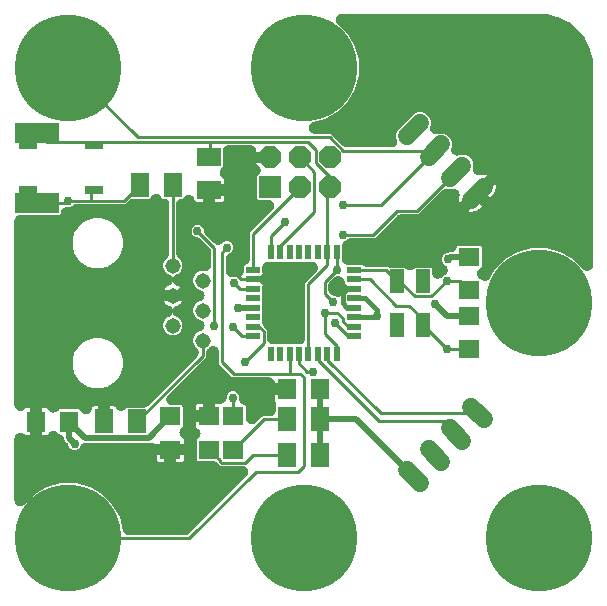
<source format=gbr>
G04 EAGLE Gerber RS-274X export*
G75*
%MOMM*%
%FSLAX34Y34*%
%LPD*%
%INTop Copper*%
%IPPOS*%
%AMOC8*
5,1,8,0,0,1.08239X$1,22.5*%
G01*
%ADD10R,1.828800X1.828800*%
%ADD11P,1.979475X8X22.500000*%
%ADD12C,9.000000*%
%ADD13R,1.270000X0.558800*%
%ADD14R,0.558800X1.270000*%
%ADD15C,1.308000*%
%ADD16R,1.600000X1.800000*%
%ADD17R,1.600000X2.000000*%
%ADD18R,1.800000X1.600000*%
%ADD19R,2.000000X1.600000*%
%ADD20R,3.700000X1.700000*%
%ADD21C,1.524000*%
%ADD22R,1.524000X0.762000*%
%ADD23R,1.200000X2.000000*%
%ADD24R,1.803000X1.600000*%
%ADD25C,0.254000*%
%ADD26C,0.756400*%
%ADD27C,0.508000*%
%ADD28C,0.406400*%

G36*
X-100359Y-196448D02*
X-100359Y-196448D01*
X-100240Y-196450D01*
X-100044Y-196428D01*
X-99848Y-196415D01*
X-99730Y-196393D01*
X-99612Y-196380D01*
X-99420Y-196333D01*
X-99227Y-196296D01*
X-99113Y-196259D01*
X-98997Y-196231D01*
X-98814Y-196161D01*
X-98626Y-196099D01*
X-98518Y-196048D01*
X-98407Y-196006D01*
X-98233Y-195913D01*
X-98055Y-195829D01*
X-97954Y-195764D01*
X-97849Y-195708D01*
X-97689Y-195594D01*
X-97523Y-195488D01*
X-97431Y-195411D01*
X-97334Y-195342D01*
X-97145Y-195172D01*
X-97125Y-195156D01*
X-97037Y-195083D01*
X-96998Y-195040D01*
X-96943Y-194991D01*
X-48295Y-146343D01*
X-48130Y-146155D01*
X-47959Y-145971D01*
X-47921Y-145918D01*
X-47878Y-145869D01*
X-47737Y-145661D01*
X-47591Y-145458D01*
X-47560Y-145400D01*
X-47523Y-145345D01*
X-47409Y-145121D01*
X-47291Y-144902D01*
X-47267Y-144840D01*
X-47237Y-144782D01*
X-47153Y-144546D01*
X-47063Y-144312D01*
X-47047Y-144248D01*
X-47025Y-144186D01*
X-46971Y-143942D01*
X-46911Y-143698D01*
X-46903Y-143633D01*
X-46889Y-143569D01*
X-46867Y-143319D01*
X-46838Y-143071D01*
X-46839Y-143005D01*
X-46833Y-142939D01*
X-46842Y-142688D01*
X-46845Y-142438D01*
X-46854Y-142374D01*
X-46856Y-142308D01*
X-46897Y-142060D01*
X-46931Y-141812D01*
X-46948Y-141749D01*
X-46959Y-141684D01*
X-47031Y-141444D01*
X-47096Y-141202D01*
X-47121Y-141141D01*
X-47140Y-141078D01*
X-47241Y-140849D01*
X-47337Y-140618D01*
X-47369Y-140560D01*
X-47396Y-140500D01*
X-47525Y-140286D01*
X-47649Y-140068D01*
X-47688Y-140015D01*
X-47722Y-139959D01*
X-47878Y-139762D01*
X-48028Y-139562D01*
X-48074Y-139515D01*
X-48115Y-139463D01*
X-48293Y-139288D01*
X-48468Y-139108D01*
X-48519Y-139067D01*
X-48566Y-139021D01*
X-48766Y-138870D01*
X-48962Y-138714D01*
X-49018Y-138679D01*
X-49070Y-138640D01*
X-49287Y-138515D01*
X-49501Y-138384D01*
X-49561Y-138358D01*
X-49618Y-138325D01*
X-49850Y-138228D01*
X-50078Y-138126D01*
X-50141Y-138107D01*
X-50202Y-138081D01*
X-50443Y-138015D01*
X-50683Y-137942D01*
X-50748Y-137931D01*
X-50811Y-137914D01*
X-51059Y-137878D01*
X-51306Y-137836D01*
X-51379Y-137832D01*
X-51437Y-137824D01*
X-51577Y-137822D01*
X-51830Y-137809D01*
X-70228Y-137809D01*
X-71255Y-137383D01*
X-73430Y-135209D01*
X-73519Y-135130D01*
X-73602Y-135044D01*
X-73756Y-134921D01*
X-73904Y-134791D01*
X-74003Y-134724D01*
X-74096Y-134650D01*
X-74264Y-134547D01*
X-74427Y-134437D01*
X-74534Y-134383D01*
X-74636Y-134320D01*
X-74815Y-134240D01*
X-74991Y-134151D01*
X-75104Y-134111D01*
X-75212Y-134062D01*
X-75401Y-134005D01*
X-75586Y-133938D01*
X-75703Y-133913D01*
X-75817Y-133878D01*
X-76012Y-133845D01*
X-76204Y-133803D01*
X-76323Y-133792D01*
X-76440Y-133772D01*
X-76694Y-133759D01*
X-76833Y-133746D01*
X-76891Y-133749D01*
X-76965Y-133745D01*
X-89318Y-133745D01*
X-89879Y-133513D01*
X-90308Y-133084D01*
X-90540Y-132523D01*
X-90540Y-115917D01*
X-90308Y-115356D01*
X-89741Y-114790D01*
X-89684Y-114752D01*
X-89471Y-114620D01*
X-89420Y-114579D01*
X-89366Y-114543D01*
X-89176Y-114380D01*
X-88981Y-114221D01*
X-88936Y-114174D01*
X-88886Y-114131D01*
X-88718Y-113946D01*
X-88545Y-113764D01*
X-88506Y-113711D01*
X-88462Y-113662D01*
X-88319Y-113457D01*
X-88170Y-113255D01*
X-88138Y-113198D01*
X-88100Y-113144D01*
X-87984Y-112922D01*
X-87862Y-112703D01*
X-87838Y-112642D01*
X-87807Y-112584D01*
X-87720Y-112349D01*
X-87627Y-112116D01*
X-87610Y-112053D01*
X-87587Y-111991D01*
X-87530Y-111747D01*
X-87467Y-111505D01*
X-87458Y-111440D01*
X-87443Y-111376D01*
X-87418Y-111126D01*
X-87386Y-110878D01*
X-87385Y-110812D01*
X-87379Y-110747D01*
X-87385Y-110496D01*
X-87384Y-110246D01*
X-87392Y-110181D01*
X-87394Y-110115D01*
X-87431Y-109867D01*
X-87462Y-109618D01*
X-87479Y-109555D01*
X-87488Y-109490D01*
X-87557Y-109249D01*
X-87619Y-109006D01*
X-87643Y-108945D01*
X-87661Y-108882D01*
X-87759Y-108652D01*
X-87852Y-108418D01*
X-87884Y-108361D01*
X-87909Y-108301D01*
X-88036Y-108084D01*
X-88157Y-107865D01*
X-88196Y-107812D01*
X-88229Y-107755D01*
X-88382Y-107557D01*
X-88530Y-107354D01*
X-88575Y-107307D01*
X-88615Y-107255D01*
X-88791Y-107077D01*
X-88963Y-106895D01*
X-89014Y-106853D01*
X-89060Y-106806D01*
X-89258Y-106653D01*
X-89452Y-106493D01*
X-89508Y-106459D01*
X-89559Y-106418D01*
X-89775Y-106291D01*
X-89987Y-106157D01*
X-90053Y-106126D01*
X-90103Y-106096D01*
X-90156Y-106073D01*
X-90635Y-105754D01*
X-90989Y-105400D01*
X-91267Y-104984D01*
X-91458Y-104521D01*
X-91556Y-104030D01*
X-91556Y-100779D01*
X-80000Y-100779D01*
X-79816Y-100768D01*
X-79631Y-100766D01*
X-79501Y-100748D01*
X-79370Y-100739D01*
X-79188Y-100705D01*
X-79005Y-100679D01*
X-78878Y-100645D01*
X-78749Y-100620D01*
X-78573Y-100563D01*
X-78394Y-100514D01*
X-78273Y-100465D01*
X-78148Y-100424D01*
X-77981Y-100344D01*
X-77810Y-100274D01*
X-77696Y-100209D01*
X-77577Y-100153D01*
X-77421Y-100053D01*
X-77260Y-99962D01*
X-77155Y-99883D01*
X-77045Y-99812D01*
X-76902Y-99693D01*
X-76755Y-99582D01*
X-76754Y-99582D01*
X-76660Y-99491D01*
X-76559Y-99407D01*
X-76559Y-99406D01*
X-76433Y-99271D01*
X-76300Y-99142D01*
X-76218Y-99039D01*
X-76129Y-98943D01*
X-76021Y-98793D01*
X-75906Y-98648D01*
X-75837Y-98536D01*
X-75761Y-98429D01*
X-75673Y-98267D01*
X-75576Y-98109D01*
X-75522Y-97989D01*
X-75460Y-97873D01*
X-75393Y-97701D01*
X-75318Y-97532D01*
X-75280Y-97406D01*
X-75232Y-97284D01*
X-75188Y-97104D01*
X-75134Y-96927D01*
X-75112Y-96797D01*
X-75081Y-96670D01*
X-75059Y-96487D01*
X-75028Y-96304D01*
X-75020Y-96150D01*
X-75007Y-96042D01*
X-75009Y-95933D01*
X-75001Y-95780D01*
X-75001Y-85239D01*
X-70306Y-85239D01*
X-70121Y-85228D01*
X-69936Y-85226D01*
X-69806Y-85208D01*
X-69675Y-85199D01*
X-69494Y-85164D01*
X-69310Y-85139D01*
X-69184Y-85105D01*
X-69054Y-85080D01*
X-68878Y-85022D01*
X-68700Y-84974D01*
X-68579Y-84924D01*
X-68454Y-84883D01*
X-68286Y-84804D01*
X-68116Y-84734D01*
X-68001Y-84669D01*
X-67883Y-84613D01*
X-67727Y-84513D01*
X-67566Y-84422D01*
X-67461Y-84343D01*
X-67350Y-84272D01*
X-67208Y-84153D01*
X-67060Y-84042D01*
X-66966Y-83951D01*
X-66865Y-83867D01*
X-66739Y-83731D01*
X-66606Y-83602D01*
X-66524Y-83500D01*
X-66435Y-83403D01*
X-66327Y-83253D01*
X-66212Y-83109D01*
X-66143Y-82996D01*
X-66067Y-82890D01*
X-65979Y-82727D01*
X-65882Y-82569D01*
X-65829Y-82449D01*
X-65766Y-82334D01*
X-65700Y-82161D01*
X-65624Y-81992D01*
X-65586Y-81867D01*
X-65538Y-81744D01*
X-65494Y-81564D01*
X-65440Y-81387D01*
X-65418Y-81258D01*
X-65387Y-81130D01*
X-65365Y-80947D01*
X-65334Y-80764D01*
X-65326Y-80611D01*
X-65314Y-80503D01*
X-65315Y-80394D01*
X-65307Y-80240D01*
X-65307Y-78944D01*
X-64499Y-76994D01*
X-63006Y-75501D01*
X-61056Y-74693D01*
X-58944Y-74693D01*
X-56994Y-75501D01*
X-55501Y-76994D01*
X-54693Y-78944D01*
X-54693Y-81256D01*
X-54682Y-81441D01*
X-54680Y-81626D01*
X-54662Y-81756D01*
X-54653Y-81887D01*
X-54618Y-82068D01*
X-54593Y-82252D01*
X-54559Y-82378D01*
X-54534Y-82508D01*
X-54476Y-82684D01*
X-54428Y-82862D01*
X-54378Y-82983D01*
X-54337Y-83108D01*
X-54258Y-83276D01*
X-54188Y-83446D01*
X-54123Y-83561D01*
X-54067Y-83679D01*
X-53967Y-83835D01*
X-53876Y-83996D01*
X-53797Y-84101D01*
X-53726Y-84212D01*
X-53607Y-84354D01*
X-53496Y-84502D01*
X-53405Y-84596D01*
X-53321Y-84697D01*
X-53185Y-84823D01*
X-53056Y-84956D01*
X-52954Y-85038D01*
X-52857Y-85127D01*
X-52707Y-85235D01*
X-52563Y-85350D01*
X-52450Y-85419D01*
X-52344Y-85495D01*
X-52181Y-85583D01*
X-52023Y-85680D01*
X-51903Y-85733D01*
X-51788Y-85796D01*
X-51615Y-85862D01*
X-51446Y-85938D01*
X-51321Y-85976D01*
X-51198Y-86024D01*
X-51018Y-86068D01*
X-50841Y-86122D01*
X-50712Y-86144D01*
X-50584Y-86175D01*
X-50401Y-86197D01*
X-50269Y-86219D01*
X-49621Y-86487D01*
X-49192Y-86916D01*
X-48960Y-87477D01*
X-48960Y-97659D01*
X-48944Y-97908D01*
X-48935Y-98159D01*
X-48924Y-98224D01*
X-48920Y-98289D01*
X-48873Y-98535D01*
X-48832Y-98783D01*
X-48813Y-98846D01*
X-48801Y-98910D01*
X-48723Y-99149D01*
X-48651Y-99388D01*
X-48625Y-99448D01*
X-48604Y-99511D01*
X-48497Y-99738D01*
X-48396Y-99966D01*
X-48362Y-100023D01*
X-48334Y-100082D01*
X-48198Y-100294D01*
X-48069Y-100508D01*
X-48028Y-100559D01*
X-47993Y-100614D01*
X-47832Y-100807D01*
X-47677Y-101003D01*
X-47630Y-101049D01*
X-47588Y-101100D01*
X-47404Y-101270D01*
X-47225Y-101445D01*
X-47173Y-101485D01*
X-47124Y-101530D01*
X-46921Y-101675D01*
X-46721Y-101827D01*
X-46664Y-101860D01*
X-46611Y-101898D01*
X-46391Y-102017D01*
X-46173Y-102142D01*
X-46112Y-102167D01*
X-46055Y-102198D01*
X-45821Y-102289D01*
X-45590Y-102385D01*
X-45526Y-102403D01*
X-45465Y-102426D01*
X-45222Y-102486D01*
X-44980Y-102553D01*
X-44915Y-102562D01*
X-44851Y-102578D01*
X-44603Y-102607D01*
X-44355Y-102642D01*
X-44289Y-102643D01*
X-44224Y-102651D01*
X-43974Y-102648D01*
X-43723Y-102652D01*
X-43657Y-102645D01*
X-43591Y-102644D01*
X-43344Y-102610D01*
X-43094Y-102582D01*
X-43030Y-102567D01*
X-42965Y-102558D01*
X-42724Y-102493D01*
X-42480Y-102434D01*
X-42418Y-102410D01*
X-42355Y-102393D01*
X-42124Y-102298D01*
X-41889Y-102208D01*
X-41831Y-102177D01*
X-41771Y-102152D01*
X-41553Y-102029D01*
X-41332Y-101911D01*
X-41278Y-101873D01*
X-41221Y-101840D01*
X-41021Y-101690D01*
X-40816Y-101545D01*
X-40761Y-101496D01*
X-40715Y-101461D01*
X-40615Y-101364D01*
X-40426Y-101194D01*
X-36852Y-97620D01*
X-35363Y-96131D01*
X-34336Y-95705D01*
X-28524Y-95705D01*
X-28339Y-95694D01*
X-28154Y-95692D01*
X-28024Y-95674D01*
X-27893Y-95665D01*
X-27712Y-95630D01*
X-27528Y-95605D01*
X-27402Y-95571D01*
X-27272Y-95546D01*
X-27096Y-95488D01*
X-26918Y-95440D01*
X-26797Y-95390D01*
X-26672Y-95349D01*
X-26504Y-95270D01*
X-26334Y-95200D01*
X-26219Y-95135D01*
X-26101Y-95079D01*
X-25945Y-94979D01*
X-25784Y-94888D01*
X-25679Y-94809D01*
X-25568Y-94738D01*
X-25426Y-94619D01*
X-25278Y-94508D01*
X-25184Y-94417D01*
X-25083Y-94333D01*
X-24957Y-94197D01*
X-24824Y-94068D01*
X-24742Y-93966D01*
X-24653Y-93869D01*
X-24545Y-93719D01*
X-24430Y-93575D01*
X-24361Y-93462D01*
X-24285Y-93356D01*
X-24197Y-93193D01*
X-24100Y-93035D01*
X-24047Y-92915D01*
X-23984Y-92800D01*
X-23918Y-92627D01*
X-23842Y-92458D01*
X-23804Y-92333D01*
X-23756Y-92210D01*
X-23712Y-92030D01*
X-23658Y-91853D01*
X-23636Y-91724D01*
X-23605Y-91596D01*
X-23583Y-91413D01*
X-23552Y-91230D01*
X-23544Y-91077D01*
X-23532Y-90969D01*
X-23533Y-90860D01*
X-23525Y-90706D01*
X-23525Y-88184D01*
X-23454Y-87979D01*
X-23356Y-87700D01*
X-23351Y-87678D01*
X-23344Y-87657D01*
X-23285Y-87369D01*
X-23223Y-87082D01*
X-23221Y-87060D01*
X-23217Y-87037D01*
X-23194Y-86744D01*
X-23169Y-86452D01*
X-23170Y-86429D01*
X-23169Y-86407D01*
X-23183Y-86115D01*
X-23195Y-85820D01*
X-23199Y-85798D01*
X-23200Y-85776D01*
X-23252Y-85488D01*
X-23301Y-85197D01*
X-23307Y-85176D01*
X-23311Y-85154D01*
X-23399Y-84873D01*
X-23484Y-84592D01*
X-23493Y-84572D01*
X-23500Y-84550D01*
X-23623Y-84282D01*
X-23742Y-84015D01*
X-23755Y-83994D01*
X-23763Y-83976D01*
X-23821Y-83883D01*
X-24011Y-83564D01*
X-24252Y-83204D01*
X-24443Y-82741D01*
X-24541Y-82250D01*
X-24541Y-77999D01*
X-14000Y-77999D01*
X-13816Y-77988D01*
X-13631Y-77986D01*
X-13501Y-77968D01*
X-13370Y-77959D01*
X-13188Y-77925D01*
X-13005Y-77899D01*
X-12878Y-77865D01*
X-12749Y-77840D01*
X-12573Y-77783D01*
X-12394Y-77734D01*
X-12273Y-77685D01*
X-12148Y-77644D01*
X-11981Y-77564D01*
X-11810Y-77494D01*
X-11696Y-77429D01*
X-11577Y-77373D01*
X-11421Y-77273D01*
X-11260Y-77182D01*
X-11155Y-77103D01*
X-11045Y-77032D01*
X-10902Y-76913D01*
X-10755Y-76802D01*
X-10660Y-76711D01*
X-10559Y-76627D01*
X-10434Y-76491D01*
X-10301Y-76363D01*
X-10219Y-76260D01*
X-10129Y-76164D01*
X-10022Y-76013D01*
X-9906Y-75869D01*
X-9837Y-75756D01*
X-9761Y-75650D01*
X-9673Y-75487D01*
X-9577Y-75329D01*
X-9523Y-75209D01*
X-9461Y-75094D01*
X-9394Y-74921D01*
X-9318Y-74752D01*
X-9280Y-74627D01*
X-9233Y-74504D01*
X-9188Y-74325D01*
X-9135Y-74148D01*
X-9113Y-74018D01*
X-9081Y-73891D01*
X-9060Y-73707D01*
X-9029Y-73524D01*
X-9021Y-73371D01*
X-9008Y-73263D01*
X-9008Y-73262D01*
X-9009Y-73154D01*
X-9001Y-73000D01*
X-9013Y-72815D01*
X-9015Y-72630D01*
X-9033Y-72500D01*
X-9041Y-72369D01*
X-9076Y-72187D01*
X-9101Y-72004D01*
X-9135Y-71877D01*
X-9160Y-71748D01*
X-9218Y-71572D01*
X-9266Y-71394D01*
X-9316Y-71273D01*
X-9357Y-71148D01*
X-9436Y-70980D01*
X-9507Y-70809D01*
X-9571Y-70695D01*
X-9628Y-70576D01*
X-9728Y-70420D01*
X-9819Y-70260D01*
X-9898Y-70155D01*
X-9968Y-70044D01*
X-10087Y-69902D01*
X-10198Y-69754D01*
X-10289Y-69660D01*
X-10374Y-69559D01*
X-10509Y-69433D01*
X-10638Y-69300D01*
X-10741Y-69218D01*
X-10837Y-69129D01*
X-10987Y-69021D01*
X-11132Y-68906D01*
X-11244Y-68837D01*
X-11351Y-68761D01*
X-11513Y-68673D01*
X-11671Y-68576D01*
X-11791Y-68522D01*
X-11907Y-68460D01*
X-12079Y-68393D01*
X-12248Y-68318D01*
X-12374Y-68280D01*
X-12496Y-68232D01*
X-12676Y-68188D01*
X-12853Y-68134D01*
X-12983Y-68112D01*
X-13110Y-68081D01*
X-13293Y-68059D01*
X-13476Y-68028D01*
X-13630Y-68020D01*
X-13738Y-68007D01*
X-13847Y-68009D01*
X-14000Y-68001D01*
X-24541Y-68001D01*
X-24541Y-67794D01*
X-24552Y-67609D01*
X-24554Y-67424D01*
X-24572Y-67294D01*
X-24581Y-67163D01*
X-24616Y-66982D01*
X-24641Y-66798D01*
X-24675Y-66672D01*
X-24700Y-66542D01*
X-24758Y-66366D01*
X-24806Y-66188D01*
X-24856Y-66067D01*
X-24897Y-65942D01*
X-24976Y-65774D01*
X-25046Y-65604D01*
X-25111Y-65489D01*
X-25167Y-65371D01*
X-25267Y-65215D01*
X-25358Y-65054D01*
X-25437Y-64949D01*
X-25508Y-64838D01*
X-25627Y-64696D01*
X-25738Y-64548D01*
X-25829Y-64454D01*
X-25913Y-64353D01*
X-26049Y-64227D01*
X-26178Y-64094D01*
X-26280Y-64012D01*
X-26377Y-63923D01*
X-26527Y-63815D01*
X-26671Y-63700D01*
X-26784Y-63631D01*
X-26890Y-63555D01*
X-27053Y-63467D01*
X-27211Y-63370D01*
X-27331Y-63317D01*
X-27446Y-63254D01*
X-27619Y-63188D01*
X-27788Y-63112D01*
X-27913Y-63074D01*
X-28036Y-63026D01*
X-28216Y-62982D01*
X-28392Y-62928D01*
X-28522Y-62906D01*
X-28650Y-62875D01*
X-28833Y-62853D01*
X-29016Y-62822D01*
X-29169Y-62814D01*
X-29277Y-62802D01*
X-29386Y-62803D01*
X-29540Y-62795D01*
X-59556Y-62795D01*
X-60583Y-62369D01*
X-71369Y-51583D01*
X-71795Y-50556D01*
X-71795Y-41479D01*
X-71811Y-41230D01*
X-71820Y-40979D01*
X-71831Y-40914D01*
X-71835Y-40848D01*
X-71882Y-40602D01*
X-71923Y-40355D01*
X-71941Y-40292D01*
X-71954Y-40228D01*
X-72032Y-39989D01*
X-72104Y-39750D01*
X-72130Y-39690D01*
X-72151Y-39627D01*
X-72258Y-39400D01*
X-72359Y-39171D01*
X-72393Y-39115D01*
X-72421Y-39056D01*
X-72556Y-38845D01*
X-72686Y-38630D01*
X-72727Y-38579D01*
X-72762Y-38523D01*
X-72923Y-38331D01*
X-73078Y-38135D01*
X-73125Y-38089D01*
X-73167Y-38038D01*
X-73351Y-37868D01*
X-73530Y-37693D01*
X-73582Y-37653D01*
X-73631Y-37608D01*
X-73834Y-37462D01*
X-74034Y-37311D01*
X-74091Y-37278D01*
X-74144Y-37240D01*
X-74364Y-37121D01*
X-74582Y-36996D01*
X-74643Y-36971D01*
X-74700Y-36939D01*
X-74934Y-36849D01*
X-75165Y-36753D01*
X-75229Y-36735D01*
X-75290Y-36712D01*
X-75533Y-36652D01*
X-75775Y-36585D01*
X-75840Y-36576D01*
X-75904Y-36560D01*
X-76152Y-36531D01*
X-76400Y-36495D01*
X-76466Y-36494D01*
X-76531Y-36487D01*
X-76781Y-36490D01*
X-77032Y-36486D01*
X-77098Y-36493D01*
X-77164Y-36494D01*
X-77411Y-36528D01*
X-77661Y-36556D01*
X-77725Y-36571D01*
X-77790Y-36580D01*
X-78031Y-36645D01*
X-78275Y-36704D01*
X-78337Y-36728D01*
X-78400Y-36745D01*
X-78632Y-36840D01*
X-78866Y-36929D01*
X-78924Y-36960D01*
X-78984Y-36985D01*
X-79203Y-37109D01*
X-79423Y-37227D01*
X-79477Y-37265D01*
X-79534Y-37298D01*
X-79735Y-37448D01*
X-79939Y-37593D01*
X-79993Y-37642D01*
X-80040Y-37677D01*
X-80140Y-37774D01*
X-80329Y-37944D01*
X-81281Y-38896D01*
X-81360Y-38986D01*
X-81446Y-39069D01*
X-81569Y-39223D01*
X-81699Y-39371D01*
X-81766Y-39469D01*
X-81840Y-39563D01*
X-81943Y-39731D01*
X-82053Y-39894D01*
X-82107Y-40000D01*
X-82170Y-40102D01*
X-82250Y-40282D01*
X-82339Y-40458D01*
X-82379Y-40570D01*
X-82428Y-40679D01*
X-82485Y-40868D01*
X-82552Y-41053D01*
X-82577Y-41169D01*
X-82612Y-41284D01*
X-82645Y-41478D01*
X-82687Y-41670D01*
X-82698Y-41789D01*
X-82718Y-41907D01*
X-82731Y-42161D01*
X-82744Y-42300D01*
X-82741Y-42358D01*
X-82745Y-42431D01*
X-82745Y-45096D01*
X-83171Y-46123D01*
X-84660Y-47612D01*
X-114989Y-77941D01*
X-115154Y-78129D01*
X-115325Y-78313D01*
X-115363Y-78366D01*
X-115406Y-78415D01*
X-115547Y-78623D01*
X-115693Y-78826D01*
X-115724Y-78884D01*
X-115761Y-78939D01*
X-115875Y-79163D01*
X-115993Y-79382D01*
X-116017Y-79444D01*
X-116047Y-79502D01*
X-116131Y-79739D01*
X-116221Y-79972D01*
X-116237Y-80036D01*
X-116259Y-80098D01*
X-116313Y-80342D01*
X-116373Y-80586D01*
X-116381Y-80651D01*
X-116395Y-80715D01*
X-116417Y-80965D01*
X-116446Y-81213D01*
X-116445Y-81279D01*
X-116451Y-81345D01*
X-116442Y-81596D01*
X-116439Y-81846D01*
X-116430Y-81910D01*
X-116428Y-81976D01*
X-116387Y-82224D01*
X-116353Y-82472D01*
X-116336Y-82535D01*
X-116325Y-82600D01*
X-116253Y-82840D01*
X-116188Y-83082D01*
X-116163Y-83143D01*
X-116144Y-83206D01*
X-116043Y-83435D01*
X-115947Y-83666D01*
X-115915Y-83724D01*
X-115888Y-83784D01*
X-115759Y-83998D01*
X-115635Y-84216D01*
X-115596Y-84269D01*
X-115562Y-84325D01*
X-115406Y-84522D01*
X-115256Y-84722D01*
X-115210Y-84769D01*
X-115169Y-84821D01*
X-114991Y-84996D01*
X-114816Y-85176D01*
X-114765Y-85217D01*
X-114718Y-85263D01*
X-114518Y-85414D01*
X-114322Y-85570D01*
X-114266Y-85605D01*
X-114214Y-85644D01*
X-113997Y-85769D01*
X-113783Y-85900D01*
X-113723Y-85927D01*
X-113666Y-85959D01*
X-113435Y-86055D01*
X-113206Y-86158D01*
X-113143Y-86177D01*
X-113082Y-86203D01*
X-112841Y-86269D01*
X-112601Y-86342D01*
X-112536Y-86353D01*
X-112473Y-86370D01*
X-112225Y-86406D01*
X-111978Y-86448D01*
X-111905Y-86452D01*
X-111847Y-86460D01*
X-111707Y-86462D01*
X-111454Y-86475D01*
X-103697Y-86475D01*
X-103136Y-86707D01*
X-102707Y-87136D01*
X-102475Y-87697D01*
X-102475Y-104303D01*
X-102707Y-104864D01*
X-103762Y-105918D01*
X-103790Y-105950D01*
X-103822Y-105980D01*
X-104000Y-106188D01*
X-104179Y-106392D01*
X-104204Y-106428D01*
X-104232Y-106461D01*
X-104381Y-106690D01*
X-104534Y-106916D01*
X-104554Y-106954D01*
X-104577Y-106990D01*
X-104697Y-107237D01*
X-104820Y-107479D01*
X-104834Y-107520D01*
X-104853Y-107559D01*
X-104941Y-107818D01*
X-105032Y-108075D01*
X-105042Y-108117D01*
X-105055Y-108158D01*
X-105109Y-108425D01*
X-105168Y-108692D01*
X-105172Y-108735D01*
X-105180Y-108778D01*
X-105200Y-109050D01*
X-105224Y-109322D01*
X-105223Y-109365D01*
X-105226Y-109408D01*
X-105211Y-109681D01*
X-105201Y-109953D01*
X-105194Y-109996D01*
X-105191Y-110039D01*
X-105142Y-110308D01*
X-105098Y-110577D01*
X-105086Y-110618D01*
X-105078Y-110661D01*
X-104995Y-110921D01*
X-104917Y-111183D01*
X-104900Y-111222D01*
X-104887Y-111264D01*
X-104772Y-111511D01*
X-104661Y-111761D01*
X-104639Y-111798D01*
X-104621Y-111837D01*
X-104476Y-112069D01*
X-104335Y-112302D01*
X-104308Y-112336D01*
X-104285Y-112373D01*
X-104112Y-112584D01*
X-103942Y-112797D01*
X-103911Y-112828D01*
X-103884Y-112861D01*
X-103686Y-113049D01*
X-103491Y-113240D01*
X-103456Y-113266D01*
X-103425Y-113296D01*
X-103004Y-113610D01*
X-102380Y-114026D01*
X-102026Y-114380D01*
X-101748Y-114796D01*
X-101557Y-115259D01*
X-101459Y-115750D01*
X-101459Y-119001D01*
X-113000Y-119001D01*
X-126726Y-119001D01*
X-126784Y-118965D01*
X-126890Y-118889D01*
X-127053Y-118801D01*
X-127211Y-118704D01*
X-127331Y-118651D01*
X-127446Y-118588D01*
X-127619Y-118522D01*
X-127788Y-118446D01*
X-127913Y-118408D01*
X-128036Y-118360D01*
X-128216Y-118316D01*
X-128393Y-118262D01*
X-128522Y-118240D01*
X-128650Y-118209D01*
X-128833Y-118187D01*
X-129016Y-118156D01*
X-129169Y-118148D01*
X-129277Y-118136D01*
X-129386Y-118137D01*
X-129540Y-118129D01*
X-184555Y-118129D01*
X-184707Y-118138D01*
X-184859Y-118138D01*
X-185022Y-118158D01*
X-185186Y-118169D01*
X-185335Y-118197D01*
X-185486Y-118216D01*
X-185645Y-118257D01*
X-185806Y-118288D01*
X-185951Y-118335D01*
X-186098Y-118373D01*
X-186251Y-118433D01*
X-186407Y-118485D01*
X-186545Y-118550D01*
X-186686Y-118606D01*
X-186830Y-118685D01*
X-186978Y-118755D01*
X-187106Y-118837D01*
X-187240Y-118911D01*
X-187372Y-119008D01*
X-187511Y-119096D01*
X-187627Y-119194D01*
X-187750Y-119283D01*
X-187870Y-119396D01*
X-187996Y-119501D01*
X-188099Y-119613D01*
X-188210Y-119717D01*
X-188314Y-119844D01*
X-188426Y-119965D01*
X-188514Y-120088D01*
X-188611Y-120206D01*
X-188699Y-120345D01*
X-188794Y-120478D01*
X-188866Y-120612D01*
X-188947Y-120741D01*
X-189033Y-120921D01*
X-189095Y-121034D01*
X-189125Y-121113D01*
X-189173Y-121215D01*
X-189501Y-122006D01*
X-190994Y-123499D01*
X-192944Y-124307D01*
X-195056Y-124307D01*
X-197006Y-123499D01*
X-198499Y-122006D01*
X-199360Y-119926D01*
X-199398Y-119849D01*
X-199429Y-119768D01*
X-199537Y-119565D01*
X-199639Y-119359D01*
X-199686Y-119286D01*
X-199727Y-119210D01*
X-199860Y-119023D01*
X-199986Y-118831D01*
X-200043Y-118765D01*
X-200093Y-118695D01*
X-200315Y-118448D01*
X-200398Y-118351D01*
X-200420Y-118331D01*
X-200444Y-118304D01*
X-201946Y-116802D01*
X-202657Y-115086D01*
X-202665Y-115028D01*
X-202699Y-114902D01*
X-202724Y-114772D01*
X-202782Y-114596D01*
X-202830Y-114418D01*
X-202880Y-114297D01*
X-202921Y-114172D01*
X-203000Y-114004D01*
X-203070Y-113834D01*
X-203135Y-113719D01*
X-203191Y-113601D01*
X-203291Y-113445D01*
X-203382Y-113284D01*
X-203461Y-113179D01*
X-203532Y-113068D01*
X-203651Y-112926D01*
X-203762Y-112778D01*
X-203853Y-112684D01*
X-203937Y-112583D01*
X-204073Y-112457D01*
X-204202Y-112324D01*
X-204304Y-112242D01*
X-204401Y-112153D01*
X-204551Y-112045D01*
X-204695Y-111930D01*
X-204808Y-111861D01*
X-204914Y-111785D01*
X-205077Y-111697D01*
X-205235Y-111600D01*
X-205355Y-111547D01*
X-205470Y-111484D01*
X-205643Y-111418D01*
X-205812Y-111342D01*
X-205937Y-111304D01*
X-206060Y-111256D01*
X-206240Y-111212D01*
X-206417Y-111158D01*
X-206526Y-111140D01*
X-207364Y-110793D01*
X-208418Y-109738D01*
X-208450Y-109710D01*
X-208480Y-109678D01*
X-208688Y-109500D01*
X-208892Y-109321D01*
X-208928Y-109296D01*
X-208961Y-109268D01*
X-209190Y-109119D01*
X-209416Y-108966D01*
X-209454Y-108946D01*
X-209490Y-108923D01*
X-209737Y-108803D01*
X-209979Y-108680D01*
X-210020Y-108666D01*
X-210059Y-108647D01*
X-210318Y-108559D01*
X-210575Y-108468D01*
X-210617Y-108458D01*
X-210658Y-108445D01*
X-210925Y-108391D01*
X-211192Y-108332D01*
X-211235Y-108328D01*
X-211278Y-108320D01*
X-211550Y-108300D01*
X-211822Y-108276D01*
X-211865Y-108277D01*
X-211908Y-108274D01*
X-212181Y-108289D01*
X-212453Y-108299D01*
X-212496Y-108306D01*
X-212539Y-108309D01*
X-212808Y-108358D01*
X-213077Y-108402D01*
X-213118Y-108414D01*
X-213161Y-108422D01*
X-213421Y-108505D01*
X-213683Y-108583D01*
X-213722Y-108600D01*
X-213764Y-108613D01*
X-214011Y-108728D01*
X-214261Y-108839D01*
X-214298Y-108861D01*
X-214337Y-108879D01*
X-214569Y-109024D01*
X-214802Y-109165D01*
X-214836Y-109192D01*
X-214873Y-109215D01*
X-215083Y-109388D01*
X-215297Y-109558D01*
X-215328Y-109589D01*
X-215361Y-109616D01*
X-215549Y-109814D01*
X-215740Y-110009D01*
X-215766Y-110044D01*
X-215796Y-110075D01*
X-216110Y-110496D01*
X-216526Y-111120D01*
X-216880Y-111474D01*
X-217296Y-111752D01*
X-217759Y-111943D01*
X-218250Y-112041D01*
X-221501Y-112041D01*
X-221501Y-100500D01*
X-221501Y-88959D01*
X-218250Y-88959D01*
X-217759Y-89057D01*
X-217296Y-89248D01*
X-216880Y-89526D01*
X-216526Y-89880D01*
X-216110Y-90504D01*
X-216084Y-90538D01*
X-216061Y-90576D01*
X-215891Y-90790D01*
X-215726Y-91006D01*
X-215696Y-91037D01*
X-215669Y-91071D01*
X-215474Y-91262D01*
X-215282Y-91456D01*
X-215248Y-91483D01*
X-215217Y-91513D01*
X-215000Y-91678D01*
X-214785Y-91847D01*
X-214748Y-91869D01*
X-214713Y-91895D01*
X-214477Y-92031D01*
X-214242Y-92171D01*
X-214203Y-92188D01*
X-214165Y-92210D01*
X-213913Y-92315D01*
X-213663Y-92424D01*
X-213622Y-92437D01*
X-213582Y-92453D01*
X-213319Y-92526D01*
X-213057Y-92603D01*
X-213014Y-92609D01*
X-212972Y-92621D01*
X-212702Y-92660D01*
X-212433Y-92703D01*
X-212389Y-92704D01*
X-212346Y-92710D01*
X-212073Y-92715D01*
X-211801Y-92724D01*
X-211758Y-92720D01*
X-211714Y-92720D01*
X-211443Y-92690D01*
X-211172Y-92665D01*
X-211129Y-92655D01*
X-211086Y-92650D01*
X-210821Y-92586D01*
X-210555Y-92526D01*
X-210514Y-92512D01*
X-210472Y-92502D01*
X-210217Y-92405D01*
X-209960Y-92312D01*
X-209922Y-92292D01*
X-209881Y-92276D01*
X-209641Y-92148D01*
X-209398Y-92024D01*
X-209362Y-91999D01*
X-209324Y-91979D01*
X-209101Y-91821D01*
X-208876Y-91667D01*
X-208843Y-91638D01*
X-208808Y-91613D01*
X-208418Y-91262D01*
X-207364Y-90207D01*
X-206803Y-89975D01*
X-190197Y-89975D01*
X-189636Y-90207D01*
X-189207Y-90636D01*
X-189103Y-90889D01*
X-189055Y-90987D01*
X-189015Y-91088D01*
X-188916Y-91270D01*
X-188824Y-91457D01*
X-188764Y-91548D01*
X-188712Y-91643D01*
X-188590Y-91812D01*
X-188477Y-91984D01*
X-188406Y-92067D01*
X-188342Y-92156D01*
X-188200Y-92307D01*
X-188065Y-92464D01*
X-187984Y-92537D01*
X-187910Y-92617D01*
X-187750Y-92749D01*
X-187596Y-92888D01*
X-187507Y-92951D01*
X-187423Y-93020D01*
X-187248Y-93131D01*
X-187078Y-93250D01*
X-186981Y-93300D01*
X-186889Y-93359D01*
X-186701Y-93447D01*
X-186518Y-93543D01*
X-186415Y-93581D01*
X-186317Y-93627D01*
X-186120Y-93691D01*
X-185925Y-93763D01*
X-185819Y-93788D01*
X-185715Y-93821D01*
X-185512Y-93859D01*
X-185310Y-93907D01*
X-185201Y-93918D01*
X-185094Y-93938D01*
X-184887Y-93950D01*
X-184681Y-93971D01*
X-184572Y-93969D01*
X-184463Y-93975D01*
X-184256Y-93961D01*
X-184049Y-93956D01*
X-183942Y-93940D01*
X-183832Y-93933D01*
X-183629Y-93893D01*
X-183424Y-93862D01*
X-183319Y-93832D01*
X-183212Y-93811D01*
X-183015Y-93745D01*
X-182816Y-93689D01*
X-182716Y-93646D01*
X-182612Y-93612D01*
X-182425Y-93522D01*
X-182235Y-93441D01*
X-182140Y-93385D01*
X-182042Y-93338D01*
X-181869Y-93226D01*
X-181689Y-93121D01*
X-181603Y-93054D01*
X-181511Y-92995D01*
X-181353Y-92862D01*
X-181189Y-92735D01*
X-181111Y-92658D01*
X-181028Y-92588D01*
X-180888Y-92436D01*
X-180741Y-92289D01*
X-180674Y-92203D01*
X-180600Y-92123D01*
X-180480Y-91954D01*
X-180352Y-91791D01*
X-180297Y-91697D01*
X-180234Y-91608D01*
X-180136Y-91425D01*
X-180030Y-91247D01*
X-179987Y-91147D01*
X-179936Y-91051D01*
X-179861Y-90857D01*
X-179779Y-90667D01*
X-179749Y-90562D01*
X-179710Y-90460D01*
X-179642Y-90193D01*
X-179604Y-90059D01*
X-179596Y-90011D01*
X-179581Y-89951D01*
X-179443Y-89259D01*
X-179252Y-88796D01*
X-178974Y-88380D01*
X-178620Y-88026D01*
X-178204Y-87748D01*
X-177741Y-87557D01*
X-177250Y-87459D01*
X-173999Y-87459D01*
X-173999Y-100000D01*
X-173988Y-100184D01*
X-173986Y-100369D01*
X-173968Y-100499D01*
X-173959Y-100630D01*
X-173925Y-100812D01*
X-173899Y-100995D01*
X-173865Y-101122D01*
X-173840Y-101251D01*
X-173783Y-101427D01*
X-173734Y-101606D01*
X-173685Y-101727D01*
X-173644Y-101852D01*
X-173564Y-102019D01*
X-173494Y-102190D01*
X-173429Y-102304D01*
X-173373Y-102423D01*
X-173273Y-102579D01*
X-173182Y-102740D01*
X-173103Y-102845D01*
X-173032Y-102955D01*
X-172913Y-103098D01*
X-172802Y-103245D01*
X-172711Y-103340D01*
X-172627Y-103441D01*
X-172491Y-103566D01*
X-172363Y-103699D01*
X-172260Y-103781D01*
X-172164Y-103871D01*
X-172013Y-103978D01*
X-171869Y-104094D01*
X-171756Y-104163D01*
X-171650Y-104239D01*
X-171487Y-104327D01*
X-171329Y-104423D01*
X-171209Y-104477D01*
X-171094Y-104539D01*
X-170921Y-104606D01*
X-170752Y-104682D01*
X-170627Y-104720D01*
X-170504Y-104767D01*
X-170325Y-104812D01*
X-170148Y-104865D01*
X-170018Y-104887D01*
X-169891Y-104919D01*
X-169707Y-104940D01*
X-169524Y-104971D01*
X-169371Y-104979D01*
X-169263Y-104992D01*
X-169262Y-104992D01*
X-169154Y-104991D01*
X-169000Y-104999D01*
X-168815Y-104987D01*
X-168630Y-104985D01*
X-168500Y-104967D01*
X-168369Y-104959D01*
X-168187Y-104924D01*
X-168004Y-104899D01*
X-167877Y-104865D01*
X-167748Y-104840D01*
X-167572Y-104782D01*
X-167394Y-104734D01*
X-167273Y-104684D01*
X-167148Y-104643D01*
X-166980Y-104564D01*
X-166809Y-104493D01*
X-166695Y-104429D01*
X-166576Y-104372D01*
X-166420Y-104272D01*
X-166260Y-104181D01*
X-166155Y-104102D01*
X-166044Y-104032D01*
X-165902Y-103913D01*
X-165754Y-103802D01*
X-165660Y-103711D01*
X-165559Y-103626D01*
X-165433Y-103491D01*
X-165300Y-103362D01*
X-165218Y-103259D01*
X-165129Y-103163D01*
X-165021Y-103013D01*
X-164906Y-102868D01*
X-164837Y-102756D01*
X-164761Y-102649D01*
X-164673Y-102487D01*
X-164576Y-102329D01*
X-164522Y-102209D01*
X-164460Y-102093D01*
X-164393Y-101921D01*
X-164318Y-101752D01*
X-164280Y-101626D01*
X-164232Y-101504D01*
X-164188Y-101324D01*
X-164134Y-101147D01*
X-164112Y-101017D01*
X-164081Y-100890D01*
X-164059Y-100707D01*
X-164028Y-100524D01*
X-164020Y-100370D01*
X-164007Y-100262D01*
X-164009Y-100153D01*
X-164001Y-100000D01*
X-164001Y-87459D01*
X-160750Y-87459D01*
X-160259Y-87557D01*
X-159796Y-87748D01*
X-159380Y-88026D01*
X-159026Y-88380D01*
X-158610Y-89004D01*
X-158584Y-89038D01*
X-158561Y-89076D01*
X-158391Y-89290D01*
X-158226Y-89506D01*
X-158196Y-89537D01*
X-158169Y-89571D01*
X-157974Y-89762D01*
X-157782Y-89956D01*
X-157748Y-89983D01*
X-157717Y-90013D01*
X-157500Y-90178D01*
X-157285Y-90347D01*
X-157248Y-90369D01*
X-157213Y-90395D01*
X-156977Y-90531D01*
X-156742Y-90671D01*
X-156703Y-90688D01*
X-156665Y-90710D01*
X-156413Y-90815D01*
X-156163Y-90924D01*
X-156122Y-90937D01*
X-156082Y-90953D01*
X-155819Y-91026D01*
X-155557Y-91103D01*
X-155514Y-91109D01*
X-155472Y-91121D01*
X-155202Y-91160D01*
X-154933Y-91203D01*
X-154889Y-91204D01*
X-154846Y-91210D01*
X-154573Y-91215D01*
X-154301Y-91224D01*
X-154258Y-91220D01*
X-154214Y-91220D01*
X-153943Y-91190D01*
X-153672Y-91165D01*
X-153629Y-91155D01*
X-153586Y-91150D01*
X-153321Y-91086D01*
X-153055Y-91026D01*
X-153014Y-91012D01*
X-152972Y-91002D01*
X-152717Y-90905D01*
X-152460Y-90812D01*
X-152422Y-90792D01*
X-152381Y-90776D01*
X-152141Y-90648D01*
X-151898Y-90524D01*
X-151862Y-90499D01*
X-151824Y-90479D01*
X-151601Y-90321D01*
X-151376Y-90167D01*
X-151343Y-90138D01*
X-151308Y-90113D01*
X-150918Y-89762D01*
X-149864Y-88707D01*
X-149303Y-88475D01*
X-135498Y-88475D01*
X-135379Y-88468D01*
X-135260Y-88470D01*
X-135064Y-88448D01*
X-134868Y-88435D01*
X-134751Y-88413D01*
X-134632Y-88400D01*
X-134440Y-88353D01*
X-134247Y-88316D01*
X-134133Y-88279D01*
X-134017Y-88251D01*
X-133834Y-88181D01*
X-133646Y-88119D01*
X-133538Y-88068D01*
X-133427Y-88026D01*
X-133253Y-87933D01*
X-133075Y-87849D01*
X-132974Y-87784D01*
X-132869Y-87728D01*
X-132709Y-87614D01*
X-132543Y-87508D01*
X-132451Y-87431D01*
X-132354Y-87362D01*
X-132165Y-87192D01*
X-132057Y-87103D01*
X-132018Y-87060D01*
X-131963Y-87011D01*
X-90359Y-45406D01*
X-90237Y-45268D01*
X-90107Y-45135D01*
X-90028Y-45031D01*
X-89941Y-44932D01*
X-89837Y-44779D01*
X-89726Y-44632D01*
X-89660Y-44518D01*
X-89586Y-44409D01*
X-89503Y-44244D01*
X-89411Y-44084D01*
X-89360Y-43962D01*
X-89301Y-43845D01*
X-89238Y-43671D01*
X-89167Y-43500D01*
X-89132Y-43373D01*
X-89088Y-43250D01*
X-89049Y-43069D01*
X-89000Y-42891D01*
X-88981Y-42760D01*
X-88953Y-42632D01*
X-88936Y-42448D01*
X-88910Y-42265D01*
X-88908Y-42134D01*
X-88896Y-42003D01*
X-88903Y-41818D01*
X-88900Y-41633D01*
X-88915Y-41502D01*
X-88920Y-41371D01*
X-88950Y-41189D01*
X-88970Y-41005D01*
X-89001Y-40877D01*
X-89023Y-40747D01*
X-89075Y-40570D01*
X-89119Y-40390D01*
X-89166Y-40267D01*
X-89203Y-40142D01*
X-89278Y-39973D01*
X-89344Y-39800D01*
X-89406Y-39684D01*
X-89459Y-39564D01*
X-89555Y-39405D01*
X-89642Y-39242D01*
X-89718Y-39135D01*
X-89786Y-39023D01*
X-89901Y-38877D01*
X-90008Y-38727D01*
X-90110Y-38612D01*
X-90178Y-38527D01*
X-90256Y-38451D01*
X-90359Y-38336D01*
X-92377Y-36318D01*
X-93605Y-33354D01*
X-93605Y-30146D01*
X-92377Y-27182D01*
X-90108Y-24913D01*
X-87104Y-23669D01*
X-86879Y-23558D01*
X-86652Y-23454D01*
X-86596Y-23419D01*
X-86537Y-23390D01*
X-86327Y-23252D01*
X-86115Y-23120D01*
X-86064Y-23079D01*
X-86009Y-23043D01*
X-85818Y-22879D01*
X-85624Y-22722D01*
X-85579Y-22674D01*
X-85529Y-22631D01*
X-85361Y-22445D01*
X-85188Y-22264D01*
X-85149Y-22211D01*
X-85105Y-22162D01*
X-84962Y-21957D01*
X-84813Y-21755D01*
X-84781Y-21698D01*
X-84744Y-21644D01*
X-84627Y-21422D01*
X-84505Y-21203D01*
X-84481Y-21142D01*
X-84450Y-21084D01*
X-84363Y-20850D01*
X-84270Y-20617D01*
X-84253Y-20553D01*
X-84230Y-20491D01*
X-84174Y-20248D01*
X-84110Y-20005D01*
X-84102Y-19940D01*
X-84087Y-19876D01*
X-84061Y-19626D01*
X-84029Y-19378D01*
X-84029Y-19312D01*
X-84022Y-19247D01*
X-84028Y-18997D01*
X-84027Y-18746D01*
X-84035Y-18681D01*
X-84037Y-18615D01*
X-84074Y-18368D01*
X-84106Y-18119D01*
X-84122Y-18055D01*
X-84132Y-17990D01*
X-84200Y-17749D01*
X-84262Y-17506D01*
X-84286Y-17445D01*
X-84304Y-17382D01*
X-84403Y-17151D01*
X-84495Y-16919D01*
X-84527Y-16861D01*
X-84553Y-16801D01*
X-84679Y-16585D01*
X-84800Y-16365D01*
X-84839Y-16312D01*
X-84872Y-16255D01*
X-85025Y-16057D01*
X-85173Y-15854D01*
X-85218Y-15807D01*
X-85258Y-15755D01*
X-85434Y-15577D01*
X-85607Y-15395D01*
X-85658Y-15353D01*
X-85704Y-15307D01*
X-85901Y-15153D01*
X-86095Y-14994D01*
X-86151Y-14959D01*
X-86203Y-14918D01*
X-86418Y-14791D01*
X-86630Y-14657D01*
X-86697Y-14626D01*
X-86746Y-14596D01*
X-86875Y-14541D01*
X-87104Y-14431D01*
X-90108Y-13187D01*
X-92377Y-10918D01*
X-93605Y-7954D01*
X-93605Y-4746D01*
X-92377Y-1782D01*
X-90108Y487D01*
X-87104Y1731D01*
X-86879Y1842D01*
X-86652Y1946D01*
X-86596Y1981D01*
X-86537Y2010D01*
X-86327Y2148D01*
X-86115Y2280D01*
X-86064Y2321D01*
X-86009Y2357D01*
X-85819Y2521D01*
X-85624Y2679D01*
X-85579Y2726D01*
X-85529Y2769D01*
X-85361Y2955D01*
X-85188Y3136D01*
X-85149Y3189D01*
X-85105Y3238D01*
X-84962Y3443D01*
X-84813Y3645D01*
X-84781Y3702D01*
X-84744Y3756D01*
X-84627Y3978D01*
X-84505Y4197D01*
X-84481Y4258D01*
X-84450Y4316D01*
X-84363Y4551D01*
X-84270Y4784D01*
X-84253Y4847D01*
X-84230Y4909D01*
X-84173Y5153D01*
X-84110Y5395D01*
X-84102Y5460D01*
X-84087Y5524D01*
X-84061Y5774D01*
X-84029Y6022D01*
X-84029Y6088D01*
X-84022Y6153D01*
X-84028Y6404D01*
X-84027Y6654D01*
X-84035Y6719D01*
X-84037Y6785D01*
X-84075Y7032D01*
X-84106Y7281D01*
X-84122Y7345D01*
X-84132Y7410D01*
X-84200Y7651D01*
X-84262Y7894D01*
X-84287Y7955D01*
X-84305Y8018D01*
X-84403Y8248D01*
X-84495Y8481D01*
X-84527Y8539D01*
X-84553Y8599D01*
X-84679Y8816D01*
X-84800Y9035D01*
X-84839Y9088D01*
X-84872Y9145D01*
X-85025Y9343D01*
X-85173Y9546D01*
X-85218Y9593D01*
X-85258Y9645D01*
X-85434Y9823D01*
X-85607Y10005D01*
X-85658Y10047D01*
X-85704Y10093D01*
X-85901Y10247D01*
X-86095Y10406D01*
X-86151Y10441D01*
X-86203Y10482D01*
X-86418Y10609D01*
X-86630Y10743D01*
X-86697Y10774D01*
X-86747Y10804D01*
X-86875Y10859D01*
X-87104Y10969D01*
X-90108Y12213D01*
X-92377Y14482D01*
X-93605Y17446D01*
X-93605Y20654D01*
X-92377Y23618D01*
X-90108Y25887D01*
X-87144Y27115D01*
X-83370Y27115D01*
X-83185Y27126D01*
X-83000Y27128D01*
X-82870Y27146D01*
X-82739Y27155D01*
X-82558Y27190D01*
X-82374Y27215D01*
X-82248Y27249D01*
X-82118Y27274D01*
X-81942Y27332D01*
X-81764Y27380D01*
X-81643Y27430D01*
X-81518Y27471D01*
X-81350Y27550D01*
X-81180Y27620D01*
X-81065Y27685D01*
X-80947Y27741D01*
X-80791Y27841D01*
X-80630Y27932D01*
X-80525Y28011D01*
X-80414Y28082D01*
X-80272Y28201D01*
X-80124Y28312D01*
X-80030Y28403D01*
X-79929Y28487D01*
X-79803Y28623D01*
X-79670Y28752D01*
X-79588Y28854D01*
X-79499Y28951D01*
X-79391Y29101D01*
X-79276Y29245D01*
X-79207Y29358D01*
X-79131Y29464D01*
X-79043Y29627D01*
X-78946Y29785D01*
X-78893Y29905D01*
X-78830Y30020D01*
X-78764Y30193D01*
X-78688Y30362D01*
X-78650Y30487D01*
X-78602Y30610D01*
X-78558Y30790D01*
X-78504Y30967D01*
X-78482Y31096D01*
X-78451Y31224D01*
X-78429Y31407D01*
X-78398Y31590D01*
X-78390Y31743D01*
X-78378Y31851D01*
X-78379Y31960D01*
X-78371Y32114D01*
X-78371Y43348D01*
X-78378Y43467D01*
X-78376Y43586D01*
X-78398Y43782D01*
X-78411Y43978D01*
X-78433Y44095D01*
X-78446Y44214D01*
X-78493Y44406D01*
X-78530Y44599D01*
X-78567Y44713D01*
X-78595Y44829D01*
X-78665Y45012D01*
X-78727Y45200D01*
X-78778Y45308D01*
X-78820Y45419D01*
X-78913Y45593D01*
X-78997Y45771D01*
X-79062Y45872D01*
X-79118Y45977D01*
X-79232Y46137D01*
X-79338Y46303D01*
X-79415Y46395D01*
X-79484Y46492D01*
X-79654Y46681D01*
X-79743Y46789D01*
X-79786Y46828D01*
X-79835Y46883D01*
X-87142Y54190D01*
X-87231Y54268D01*
X-87315Y54354D01*
X-87469Y54477D01*
X-87616Y54607D01*
X-87715Y54674D01*
X-87808Y54749D01*
X-87976Y54852D01*
X-88140Y54962D01*
X-88246Y55016D01*
X-88348Y55078D01*
X-88528Y55159D01*
X-88703Y55248D01*
X-88816Y55288D01*
X-88925Y55337D01*
X-89113Y55394D01*
X-89299Y55460D01*
X-89415Y55486D01*
X-89529Y55520D01*
X-89724Y55553D01*
X-89916Y55596D01*
X-90035Y55606D01*
X-90153Y55626D01*
X-90406Y55640D01*
X-90546Y55652D01*
X-90604Y55650D01*
X-90677Y55654D01*
X-91016Y55654D01*
X-92967Y56462D01*
X-94459Y57955D01*
X-95267Y59905D01*
X-95267Y62016D01*
X-94459Y63967D01*
X-92967Y65459D01*
X-91016Y66267D01*
X-88905Y66267D01*
X-86955Y65459D01*
X-85462Y63967D01*
X-84654Y62016D01*
X-84654Y61677D01*
X-84646Y61558D01*
X-84648Y61438D01*
X-84626Y61242D01*
X-84614Y61046D01*
X-84591Y60929D01*
X-84578Y60810D01*
X-84532Y60619D01*
X-84495Y60425D01*
X-84457Y60312D01*
X-84429Y60196D01*
X-84359Y60012D01*
X-84298Y59825D01*
X-84247Y59717D01*
X-84204Y59605D01*
X-84112Y59432D01*
X-84027Y59254D01*
X-83963Y59153D01*
X-83907Y59048D01*
X-83793Y58887D01*
X-83686Y58721D01*
X-83610Y58629D01*
X-83541Y58532D01*
X-83371Y58344D01*
X-83281Y58236D01*
X-83239Y58197D01*
X-83190Y58142D01*
X-75811Y50764D01*
X-75672Y50641D01*
X-75540Y50512D01*
X-75436Y50433D01*
X-75337Y50346D01*
X-75184Y50242D01*
X-75036Y50130D01*
X-74922Y50065D01*
X-74814Y49991D01*
X-74649Y49907D01*
X-74488Y49815D01*
X-74367Y49765D01*
X-74250Y49705D01*
X-74076Y49643D01*
X-73905Y49572D01*
X-73778Y49537D01*
X-73654Y49493D01*
X-73474Y49454D01*
X-73295Y49404D01*
X-73165Y49386D01*
X-73037Y49358D01*
X-72853Y49341D01*
X-72670Y49315D01*
X-72538Y49313D01*
X-72408Y49301D01*
X-72223Y49308D01*
X-72038Y49305D01*
X-71907Y49320D01*
X-71776Y49324D01*
X-71593Y49355D01*
X-71410Y49375D01*
X-71282Y49406D01*
X-71152Y49427D01*
X-70975Y49480D01*
X-70795Y49524D01*
X-70672Y49571D01*
X-70547Y49608D01*
X-70378Y49683D01*
X-70204Y49749D01*
X-70088Y49811D01*
X-69968Y49864D01*
X-69810Y49960D01*
X-69647Y50047D01*
X-69540Y50122D01*
X-69427Y50191D01*
X-69282Y50306D01*
X-69131Y50412D01*
X-69017Y50515D01*
X-68932Y50583D01*
X-68855Y50661D01*
X-68741Y50764D01*
X-68006Y51499D01*
X-66056Y52307D01*
X-63944Y52307D01*
X-61994Y51499D01*
X-60501Y50006D01*
X-59693Y48056D01*
X-59693Y45944D01*
X-60501Y43994D01*
X-61994Y42501D01*
X-63119Y42035D01*
X-63256Y41968D01*
X-63396Y41910D01*
X-63539Y41829D01*
X-63687Y41757D01*
X-63814Y41673D01*
X-63946Y41598D01*
X-64077Y41499D01*
X-64214Y41409D01*
X-64330Y41310D01*
X-64452Y41219D01*
X-64570Y41105D01*
X-64694Y40998D01*
X-64796Y40885D01*
X-64906Y40779D01*
X-65008Y40651D01*
X-65118Y40529D01*
X-65205Y40404D01*
X-65300Y40285D01*
X-65386Y40145D01*
X-65480Y40010D01*
X-65550Y39876D01*
X-65630Y39746D01*
X-65697Y39596D01*
X-65773Y39450D01*
X-65826Y39308D01*
X-65888Y39169D01*
X-65936Y39012D01*
X-65993Y38858D01*
X-66028Y38710D01*
X-66072Y38564D01*
X-66099Y38402D01*
X-66137Y38242D01*
X-66152Y38091D01*
X-66178Y37941D01*
X-66188Y37742D01*
X-66201Y37613D01*
X-66199Y37529D01*
X-66205Y37416D01*
X-66205Y27199D01*
X-66191Y26981D01*
X-66186Y26763D01*
X-66172Y26666D01*
X-66165Y26568D01*
X-66124Y26354D01*
X-66091Y26138D01*
X-66065Y26044D01*
X-66046Y25947D01*
X-65978Y25740D01*
X-65919Y25530D01*
X-65880Y25440D01*
X-65849Y25347D01*
X-65756Y25149D01*
X-65670Y24949D01*
X-65621Y24864D01*
X-65579Y24775D01*
X-65461Y24591D01*
X-65351Y24404D01*
X-65291Y24326D01*
X-65238Y24243D01*
X-65098Y24076D01*
X-64965Y23903D01*
X-64896Y23833D01*
X-64833Y23758D01*
X-64673Y23610D01*
X-64519Y23455D01*
X-64441Y23394D01*
X-64369Y23328D01*
X-64192Y23201D01*
X-64020Y23067D01*
X-63935Y23017D01*
X-63856Y22960D01*
X-63664Y22856D01*
X-63476Y22745D01*
X-63386Y22706D01*
X-63300Y22659D01*
X-63096Y22580D01*
X-62896Y22494D01*
X-62802Y22467D01*
X-62710Y22431D01*
X-62498Y22379D01*
X-62289Y22318D01*
X-62192Y22303D01*
X-62096Y22280D01*
X-61880Y22254D01*
X-61664Y22221D01*
X-61566Y22218D01*
X-61469Y22206D01*
X-61251Y22209D01*
X-61032Y22203D01*
X-60934Y22212D01*
X-60836Y22213D01*
X-60685Y22234D01*
X-58017Y22234D01*
X-57713Y22108D01*
X-57507Y22038D01*
X-57304Y21959D01*
X-57208Y21936D01*
X-57115Y21904D01*
X-56901Y21860D01*
X-56690Y21808D01*
X-56593Y21796D01*
X-56496Y21776D01*
X-56279Y21760D01*
X-56063Y21735D01*
X-55964Y21736D01*
X-55866Y21728D01*
X-55648Y21739D01*
X-55430Y21741D01*
X-55333Y21755D01*
X-55234Y21760D01*
X-55020Y21798D01*
X-54804Y21828D01*
X-54709Y21854D01*
X-54612Y21871D01*
X-54404Y21936D01*
X-54194Y21993D01*
X-54103Y22030D01*
X-54009Y22060D01*
X-53811Y22150D01*
X-53610Y22233D01*
X-53524Y22282D01*
X-53434Y22323D01*
X-53250Y22438D01*
X-53060Y22545D01*
X-52981Y22605D01*
X-52897Y22657D01*
X-52729Y22794D01*
X-52554Y22925D01*
X-52483Y22993D01*
X-52407Y23055D01*
X-52257Y23213D01*
X-52100Y23365D01*
X-52039Y23442D01*
X-51971Y23513D01*
X-51842Y23688D01*
X-51706Y23858D01*
X-51654Y23942D01*
X-51596Y24022D01*
X-51490Y24212D01*
X-51376Y24398D01*
X-51336Y24488D01*
X-51288Y24574D01*
X-51207Y24776D01*
X-51118Y24975D01*
X-51089Y25069D01*
X-51053Y25160D01*
X-50997Y25371D01*
X-50934Y25579D01*
X-50918Y25677D01*
X-50893Y25772D01*
X-50865Y25988D01*
X-50828Y26203D01*
X-50822Y26315D01*
X-50812Y26399D01*
X-50811Y26528D01*
X-50801Y26727D01*
X-50801Y31097D01*
X-50569Y31658D01*
X-50140Y32087D01*
X-48807Y32639D01*
X-48670Y32706D01*
X-48530Y32764D01*
X-48387Y32845D01*
X-48239Y32917D01*
X-48112Y33001D01*
X-47980Y33076D01*
X-47849Y33174D01*
X-47712Y33265D01*
X-47596Y33364D01*
X-47474Y33455D01*
X-47356Y33569D01*
X-47232Y33676D01*
X-47130Y33789D01*
X-47020Y33895D01*
X-46918Y34024D01*
X-46808Y34145D01*
X-46721Y34270D01*
X-46626Y34389D01*
X-46540Y34529D01*
X-46446Y34664D01*
X-46376Y34798D01*
X-46296Y34928D01*
X-46229Y35078D01*
X-46153Y35224D01*
X-46100Y35366D01*
X-46038Y35505D01*
X-45990Y35662D01*
X-45933Y35816D01*
X-45898Y35964D01*
X-45854Y36110D01*
X-45827Y36272D01*
X-45789Y36432D01*
X-45774Y36583D01*
X-45748Y36733D01*
X-45738Y36932D01*
X-45725Y37060D01*
X-45727Y37145D01*
X-45721Y37257D01*
X-45721Y58730D01*
X-45295Y59757D01*
X-26355Y78697D01*
X-26190Y78885D01*
X-26019Y79069D01*
X-25981Y79122D01*
X-25938Y79171D01*
X-25797Y79379D01*
X-25651Y79582D01*
X-25620Y79640D01*
X-25583Y79695D01*
X-25469Y79919D01*
X-25351Y80138D01*
X-25327Y80200D01*
X-25297Y80258D01*
X-25213Y80494D01*
X-25123Y80728D01*
X-25107Y80792D01*
X-25085Y80854D01*
X-25031Y81098D01*
X-24971Y81342D01*
X-24963Y81407D01*
X-24949Y81471D01*
X-24927Y81721D01*
X-24898Y81969D01*
X-24899Y82035D01*
X-24893Y82101D01*
X-24902Y82352D01*
X-24905Y82602D01*
X-24914Y82666D01*
X-24916Y82732D01*
X-24957Y82980D01*
X-24991Y83228D01*
X-25008Y83291D01*
X-25019Y83356D01*
X-25091Y83596D01*
X-25156Y83838D01*
X-25181Y83899D01*
X-25200Y83962D01*
X-25301Y84191D01*
X-25397Y84422D01*
X-25429Y84480D01*
X-25456Y84540D01*
X-25585Y84754D01*
X-25709Y84972D01*
X-25748Y85025D01*
X-25782Y85081D01*
X-25938Y85277D01*
X-26088Y85478D01*
X-26134Y85525D01*
X-26175Y85577D01*
X-26353Y85752D01*
X-26528Y85932D01*
X-26579Y85973D01*
X-26626Y86019D01*
X-26825Y86169D01*
X-27022Y86326D01*
X-27078Y86361D01*
X-27130Y86400D01*
X-27347Y86525D01*
X-27561Y86656D01*
X-27621Y86683D01*
X-27678Y86715D01*
X-27909Y86811D01*
X-28138Y86914D01*
X-28201Y86933D01*
X-28262Y86959D01*
X-28503Y87025D01*
X-28743Y87098D01*
X-28808Y87109D01*
X-28871Y87126D01*
X-29119Y87162D01*
X-29366Y87204D01*
X-29439Y87208D01*
X-29497Y87216D01*
X-29637Y87218D01*
X-29890Y87231D01*
X-38047Y87231D01*
X-38608Y87463D01*
X-39037Y87892D01*
X-39269Y88453D01*
X-39269Y107347D01*
X-39037Y107908D01*
X-37920Y109025D01*
X-37797Y109163D01*
X-37668Y109296D01*
X-37588Y109401D01*
X-37502Y109499D01*
X-37398Y109652D01*
X-37286Y109800D01*
X-37221Y109914D01*
X-37147Y110022D01*
X-37064Y110187D01*
X-36971Y110348D01*
X-36921Y110469D01*
X-36861Y110586D01*
X-36799Y110760D01*
X-36728Y110931D01*
X-36693Y111058D01*
X-36649Y111181D01*
X-36609Y111362D01*
X-36560Y111541D01*
X-36542Y111671D01*
X-36513Y111799D01*
X-36497Y111983D01*
X-36471Y112166D01*
X-36469Y112298D01*
X-36457Y112428D01*
X-36464Y112613D01*
X-36461Y112798D01*
X-36475Y112929D01*
X-36480Y113060D01*
X-36510Y113242D01*
X-36531Y113426D01*
X-36562Y113554D01*
X-36583Y113684D01*
X-36636Y113861D01*
X-36680Y114041D01*
X-36726Y114164D01*
X-36764Y114289D01*
X-36839Y114459D01*
X-36905Y114632D01*
X-36967Y114747D01*
X-37020Y114868D01*
X-37115Y115026D01*
X-37202Y115189D01*
X-37279Y115296D01*
X-37346Y115409D01*
X-37461Y115553D01*
X-37568Y115705D01*
X-37671Y115819D01*
X-37739Y115904D01*
X-37817Y115980D01*
X-37919Y116095D01*
X-40125Y118301D01*
X-28600Y118301D01*
X-28416Y118312D01*
X-28231Y118314D01*
X-28101Y118332D01*
X-27970Y118341D01*
X-27788Y118375D01*
X-27605Y118401D01*
X-27478Y118435D01*
X-27349Y118460D01*
X-27173Y118517D01*
X-26994Y118566D01*
X-26873Y118615D01*
X-26748Y118656D01*
X-26581Y118736D01*
X-26410Y118806D01*
X-26296Y118871D01*
X-26177Y118927D01*
X-26021Y119027D01*
X-25860Y119118D01*
X-25755Y119197D01*
X-25645Y119268D01*
X-25502Y119387D01*
X-25355Y119498D01*
X-25260Y119589D01*
X-25159Y119673D01*
X-25034Y119809D01*
X-24901Y119937D01*
X-24819Y120040D01*
X-24729Y120136D01*
X-24622Y120286D01*
X-24506Y120431D01*
X-24437Y120544D01*
X-24361Y120650D01*
X-24273Y120813D01*
X-24177Y120971D01*
X-24123Y121091D01*
X-24061Y121206D01*
X-23994Y121379D01*
X-23918Y121548D01*
X-23880Y121673D01*
X-23833Y121796D01*
X-23788Y121975D01*
X-23735Y122152D01*
X-23713Y122282D01*
X-23681Y122409D01*
X-23660Y122593D01*
X-23629Y122776D01*
X-23621Y122929D01*
X-23608Y123037D01*
X-23608Y123038D01*
X-23609Y123146D01*
X-23601Y123300D01*
X-23613Y123485D01*
X-23615Y123670D01*
X-23633Y123800D01*
X-23641Y123931D01*
X-23676Y124113D01*
X-23701Y124296D01*
X-23735Y124423D01*
X-23760Y124552D01*
X-23818Y124728D01*
X-23866Y124906D01*
X-23916Y125027D01*
X-23957Y125152D01*
X-24036Y125320D01*
X-24107Y125491D01*
X-24171Y125605D01*
X-24228Y125724D01*
X-24328Y125879D01*
X-24419Y126040D01*
X-24498Y126145D01*
X-24568Y126256D01*
X-24687Y126398D01*
X-24798Y126546D01*
X-24889Y126640D01*
X-24974Y126741D01*
X-25109Y126867D01*
X-25238Y127000D01*
X-25341Y127082D01*
X-25437Y127171D01*
X-25587Y127279D01*
X-25732Y127394D01*
X-25844Y127463D01*
X-25951Y127539D01*
X-26113Y127627D01*
X-26271Y127724D01*
X-26391Y127778D01*
X-26507Y127840D01*
X-26679Y127907D01*
X-26848Y127982D01*
X-26974Y128020D01*
X-27096Y128068D01*
X-27276Y128112D01*
X-27453Y128166D01*
X-27583Y128188D01*
X-27710Y128219D01*
X-27893Y128241D01*
X-28076Y128272D01*
X-28230Y128280D01*
X-28338Y128292D01*
X-28447Y128291D01*
X-28600Y128299D01*
X-40285Y128299D01*
X-40285Y128697D01*
X-40296Y128882D01*
X-40298Y129067D01*
X-40316Y129197D01*
X-40325Y129328D01*
X-40360Y129510D01*
X-40385Y129693D01*
X-40419Y129820D01*
X-40444Y129949D01*
X-40502Y130125D01*
X-40550Y130303D01*
X-40600Y130425D01*
X-40641Y130550D01*
X-40720Y130717D01*
X-40790Y130888D01*
X-40855Y131002D01*
X-40911Y131121D01*
X-41011Y131277D01*
X-41102Y131437D01*
X-41181Y131543D01*
X-41252Y131653D01*
X-41371Y131795D01*
X-41482Y131943D01*
X-41573Y132038D01*
X-41657Y132138D01*
X-41793Y132264D01*
X-41922Y132397D01*
X-42024Y132479D01*
X-42121Y132569D01*
X-42271Y132676D01*
X-42415Y132792D01*
X-42528Y132860D01*
X-42634Y132937D01*
X-42797Y133025D01*
X-42955Y133121D01*
X-43075Y133175D01*
X-43190Y133237D01*
X-43363Y133304D01*
X-43532Y133380D01*
X-43657Y133418D01*
X-43780Y133465D01*
X-43960Y133510D01*
X-44137Y133563D01*
X-44266Y133585D01*
X-44394Y133617D01*
X-44577Y133638D01*
X-44760Y133669D01*
X-44913Y133677D01*
X-45021Y133690D01*
X-45130Y133689D01*
X-45284Y133697D01*
X-63476Y133697D01*
X-63661Y133685D01*
X-63846Y133683D01*
X-63976Y133665D01*
X-64107Y133657D01*
X-64288Y133622D01*
X-64472Y133597D01*
X-64598Y133562D01*
X-64728Y133538D01*
X-64904Y133480D01*
X-65082Y133432D01*
X-65203Y133382D01*
X-65328Y133341D01*
X-65496Y133262D01*
X-65666Y133191D01*
X-65781Y133126D01*
X-65899Y133070D01*
X-66055Y132970D01*
X-66216Y132879D01*
X-66321Y132800D01*
X-66432Y132729D01*
X-66574Y132611D01*
X-66722Y132500D01*
X-66816Y132408D01*
X-66917Y132324D01*
X-67043Y132189D01*
X-67176Y132060D01*
X-67258Y131957D01*
X-67347Y131861D01*
X-67455Y131711D01*
X-67570Y131566D01*
X-67639Y131454D01*
X-67715Y131347D01*
X-67803Y131185D01*
X-67900Y131027D01*
X-67953Y130907D01*
X-68016Y130791D01*
X-68082Y130619D01*
X-68158Y130450D01*
X-68196Y130324D01*
X-68244Y130201D01*
X-68288Y130022D01*
X-68342Y129845D01*
X-68364Y129715D01*
X-68395Y129588D01*
X-68417Y129404D01*
X-68448Y129222D01*
X-68456Y129068D01*
X-68468Y128960D01*
X-68467Y128851D01*
X-68475Y128697D01*
X-68475Y115697D01*
X-68707Y115136D01*
X-69762Y114082D01*
X-69790Y114050D01*
X-69822Y114020D01*
X-70000Y113812D01*
X-70179Y113608D01*
X-70204Y113572D01*
X-70232Y113539D01*
X-70381Y113310D01*
X-70534Y113084D01*
X-70554Y113046D01*
X-70577Y113010D01*
X-70697Y112763D01*
X-70820Y112521D01*
X-70834Y112480D01*
X-70853Y112441D01*
X-70941Y112182D01*
X-71032Y111925D01*
X-71042Y111883D01*
X-71055Y111842D01*
X-71109Y111575D01*
X-71168Y111308D01*
X-71172Y111265D01*
X-71180Y111222D01*
X-71200Y110950D01*
X-71224Y110678D01*
X-71223Y110635D01*
X-71226Y110592D01*
X-71211Y110319D01*
X-71201Y110047D01*
X-71194Y110004D01*
X-71191Y109961D01*
X-71142Y109692D01*
X-71098Y109423D01*
X-71086Y109382D01*
X-71078Y109339D01*
X-70995Y109079D01*
X-70917Y108817D01*
X-70900Y108778D01*
X-70887Y108736D01*
X-70772Y108489D01*
X-70661Y108239D01*
X-70639Y108202D01*
X-70621Y108163D01*
X-70476Y107931D01*
X-70335Y107698D01*
X-70308Y107664D01*
X-70285Y107627D01*
X-70112Y107417D01*
X-69942Y107203D01*
X-69911Y107172D01*
X-69884Y107139D01*
X-69686Y106951D01*
X-69491Y106760D01*
X-69456Y106734D01*
X-69425Y106704D01*
X-69004Y106390D01*
X-68380Y105974D01*
X-68026Y105620D01*
X-67748Y105204D01*
X-67557Y104741D01*
X-67459Y104250D01*
X-67459Y100999D01*
X-80000Y100999D01*
X-80184Y100988D01*
X-80369Y100986D01*
X-80499Y100968D01*
X-80630Y100959D01*
X-80812Y100925D01*
X-80995Y100899D01*
X-81122Y100865D01*
X-81251Y100840D01*
X-81427Y100783D01*
X-81606Y100734D01*
X-81727Y100685D01*
X-81852Y100644D01*
X-82019Y100564D01*
X-82190Y100494D01*
X-82304Y100429D01*
X-82423Y100373D01*
X-82579Y100273D01*
X-82740Y100182D01*
X-82845Y100103D01*
X-82955Y100032D01*
X-83098Y99913D01*
X-83245Y99802D01*
X-83340Y99711D01*
X-83441Y99627D01*
X-83441Y99626D01*
X-83567Y99491D01*
X-83699Y99363D01*
X-83700Y99362D01*
X-83782Y99259D01*
X-83871Y99163D01*
X-83979Y99013D01*
X-84094Y98868D01*
X-84163Y98756D01*
X-84239Y98649D01*
X-84327Y98487D01*
X-84424Y98329D01*
X-84478Y98209D01*
X-84540Y98093D01*
X-84607Y97921D01*
X-84682Y97752D01*
X-84720Y97626D01*
X-84768Y97504D01*
X-84812Y97324D01*
X-84866Y97147D01*
X-84888Y97017D01*
X-84919Y96890D01*
X-84941Y96707D01*
X-84972Y96524D01*
X-84980Y96370D01*
X-84992Y96262D01*
X-84991Y96153D01*
X-84999Y96000D01*
X-84999Y85459D01*
X-90250Y85459D01*
X-90741Y85557D01*
X-91204Y85748D01*
X-91620Y86026D01*
X-91974Y86380D01*
X-92252Y86796D01*
X-92443Y87259D01*
X-92486Y87474D01*
X-92514Y87579D01*
X-92533Y87686D01*
X-92595Y87884D01*
X-92648Y88084D01*
X-92689Y88186D01*
X-92722Y88290D01*
X-92808Y88478D01*
X-92886Y88670D01*
X-92940Y88765D01*
X-92985Y88864D01*
X-93095Y89040D01*
X-93196Y89221D01*
X-93261Y89308D01*
X-93319Y89401D01*
X-93450Y89562D01*
X-93573Y89728D01*
X-93649Y89807D01*
X-93718Y89892D01*
X-93868Y90035D01*
X-94011Y90184D01*
X-94096Y90252D01*
X-94175Y90328D01*
X-94342Y90451D01*
X-94503Y90581D01*
X-94596Y90638D01*
X-94684Y90703D01*
X-94865Y90803D01*
X-95042Y90912D01*
X-95141Y90957D01*
X-95236Y91010D01*
X-95429Y91088D01*
X-95617Y91173D01*
X-95722Y91205D01*
X-95823Y91246D01*
X-96023Y91298D01*
X-96221Y91359D01*
X-96329Y91378D01*
X-96434Y91406D01*
X-96640Y91432D01*
X-96844Y91468D01*
X-96953Y91473D01*
X-97061Y91487D01*
X-97268Y91487D01*
X-97475Y91497D01*
X-97584Y91488D01*
X-97693Y91488D01*
X-97899Y91463D01*
X-98105Y91446D01*
X-98212Y91423D01*
X-98321Y91410D01*
X-98522Y91358D01*
X-98724Y91316D01*
X-98827Y91280D01*
X-98933Y91253D01*
X-99126Y91177D01*
X-99321Y91109D01*
X-99419Y91060D01*
X-99521Y91020D01*
X-99702Y90920D01*
X-99888Y90828D01*
X-99979Y90768D01*
X-100074Y90715D01*
X-100241Y90593D01*
X-100414Y90478D01*
X-100497Y90407D01*
X-100585Y90343D01*
X-100735Y90201D01*
X-100892Y90065D01*
X-100965Y89983D01*
X-101044Y89909D01*
X-101176Y89749D01*
X-101314Y89594D01*
X-101376Y89505D01*
X-101445Y89420D01*
X-101483Y89361D01*
X-102136Y88707D01*
X-102697Y88475D01*
X-103146Y88475D01*
X-103331Y88464D01*
X-103516Y88462D01*
X-103646Y88444D01*
X-103777Y88435D01*
X-103958Y88400D01*
X-104142Y88375D01*
X-104268Y88341D01*
X-104398Y88316D01*
X-104574Y88258D01*
X-104752Y88210D01*
X-104873Y88160D01*
X-104998Y88119D01*
X-105166Y88040D01*
X-105336Y87970D01*
X-105451Y87905D01*
X-105569Y87849D01*
X-105725Y87749D01*
X-105886Y87658D01*
X-105991Y87579D01*
X-106102Y87508D01*
X-106244Y87389D01*
X-106392Y87278D01*
X-106486Y87187D01*
X-106587Y87103D01*
X-106713Y86967D01*
X-106846Y86838D01*
X-106928Y86736D01*
X-107017Y86639D01*
X-107125Y86489D01*
X-107240Y86345D01*
X-107309Y86232D01*
X-107385Y86126D01*
X-107473Y85963D01*
X-107570Y85805D01*
X-107623Y85685D01*
X-107686Y85570D01*
X-107752Y85397D01*
X-107828Y85228D01*
X-107866Y85103D01*
X-107914Y84980D01*
X-107958Y84800D01*
X-108012Y84623D01*
X-108034Y84494D01*
X-108065Y84366D01*
X-108087Y84183D01*
X-108118Y84000D01*
X-108126Y83847D01*
X-108138Y83739D01*
X-108137Y83630D01*
X-108145Y83476D01*
X-108145Y42431D01*
X-108138Y42312D01*
X-108140Y42193D01*
X-108118Y41997D01*
X-108105Y41800D01*
X-108083Y41683D01*
X-108070Y41565D01*
X-108023Y41373D01*
X-107986Y41180D01*
X-107949Y41066D01*
X-107921Y40950D01*
X-107851Y40766D01*
X-107789Y40579D01*
X-107738Y40471D01*
X-107696Y40360D01*
X-107603Y40186D01*
X-107519Y40008D01*
X-107454Y39907D01*
X-107398Y39802D01*
X-107284Y39641D01*
X-107178Y39475D01*
X-107101Y39384D01*
X-107032Y39286D01*
X-106862Y39097D01*
X-106773Y38990D01*
X-106730Y38951D01*
X-106681Y38896D01*
X-104103Y36318D01*
X-102875Y33354D01*
X-102875Y30146D01*
X-104103Y27182D01*
X-106372Y24913D01*
X-108057Y24215D01*
X-108175Y24157D01*
X-108296Y24109D01*
X-108458Y24018D01*
X-108625Y23937D01*
X-108734Y23865D01*
X-108848Y23801D01*
X-108998Y23691D01*
X-109152Y23589D01*
X-109252Y23504D01*
X-109357Y23426D01*
X-109492Y23298D01*
X-109632Y23177D01*
X-109720Y23080D01*
X-109815Y22990D01*
X-109932Y22846D01*
X-110056Y22709D01*
X-110131Y22601D01*
X-110214Y22500D01*
X-110312Y22342D01*
X-110418Y22190D01*
X-110478Y22074D01*
X-110547Y21963D01*
X-110625Y21794D01*
X-110711Y21630D01*
X-110756Y21507D01*
X-110811Y21389D01*
X-110866Y21211D01*
X-110931Y21038D01*
X-110942Y20992D01*
X-110949Y21013D01*
X-110981Y21140D01*
X-111049Y21312D01*
X-111109Y21488D01*
X-111166Y21606D01*
X-111214Y21728D01*
X-111303Y21890D01*
X-111384Y22057D01*
X-111456Y22167D01*
X-111519Y22281D01*
X-111628Y22431D01*
X-111730Y22586D01*
X-111814Y22686D01*
X-111891Y22792D01*
X-112019Y22927D01*
X-112139Y23068D01*
X-112235Y23156D01*
X-112325Y23251D01*
X-112469Y23369D01*
X-112606Y23494D01*
X-112713Y23570D01*
X-112814Y23653D01*
X-112971Y23751D01*
X-113123Y23858D01*
X-113238Y23919D01*
X-113349Y23989D01*
X-113560Y24089D01*
X-113681Y24154D01*
X-113744Y24177D01*
X-113823Y24215D01*
X-115508Y24913D01*
X-117777Y27182D01*
X-119005Y30146D01*
X-119005Y33354D01*
X-117777Y36318D01*
X-115199Y38896D01*
X-115120Y38986D01*
X-115034Y39069D01*
X-114911Y39223D01*
X-114781Y39371D01*
X-114714Y39469D01*
X-114640Y39563D01*
X-114537Y39731D01*
X-114427Y39894D01*
X-114373Y40000D01*
X-114310Y40102D01*
X-114230Y40282D01*
X-114141Y40458D01*
X-114101Y40570D01*
X-114052Y40679D01*
X-113995Y40868D01*
X-113928Y41053D01*
X-113903Y41170D01*
X-113868Y41284D01*
X-113835Y41478D01*
X-113793Y41670D01*
X-113782Y41789D01*
X-113762Y41907D01*
X-113749Y42161D01*
X-113736Y42300D01*
X-113739Y42358D01*
X-113735Y42431D01*
X-113735Y83476D01*
X-113746Y83661D01*
X-113748Y83846D01*
X-113766Y83976D01*
X-113775Y84107D01*
X-113810Y84288D01*
X-113835Y84472D01*
X-113869Y84598D01*
X-113894Y84728D01*
X-113952Y84904D01*
X-114000Y85082D01*
X-114050Y85203D01*
X-114091Y85328D01*
X-114170Y85496D01*
X-114240Y85666D01*
X-114305Y85781D01*
X-114361Y85899D01*
X-114461Y86055D01*
X-114552Y86216D01*
X-114631Y86321D01*
X-114702Y86432D01*
X-114821Y86574D01*
X-114932Y86722D01*
X-115023Y86816D01*
X-115107Y86917D01*
X-115243Y87043D01*
X-115372Y87176D01*
X-115474Y87258D01*
X-115571Y87347D01*
X-115721Y87455D01*
X-115865Y87570D01*
X-115978Y87639D01*
X-116084Y87715D01*
X-116247Y87803D01*
X-116405Y87900D01*
X-116525Y87953D01*
X-116640Y88016D01*
X-116813Y88082D01*
X-116982Y88158D01*
X-117107Y88196D01*
X-117230Y88244D01*
X-117410Y88288D01*
X-117587Y88342D01*
X-117716Y88364D01*
X-117844Y88395D01*
X-118027Y88417D01*
X-118210Y88448D01*
X-118363Y88456D01*
X-118471Y88468D01*
X-118580Y88467D01*
X-118734Y88475D01*
X-119303Y88475D01*
X-119864Y88707D01*
X-120293Y89136D01*
X-120381Y89350D01*
X-120492Y89576D01*
X-120596Y89803D01*
X-120631Y89859D01*
X-120660Y89918D01*
X-120797Y90126D01*
X-120930Y90340D01*
X-120971Y90391D01*
X-121007Y90446D01*
X-121170Y90635D01*
X-121329Y90830D01*
X-121376Y90876D01*
X-121419Y90926D01*
X-121605Y91094D01*
X-121786Y91267D01*
X-121839Y91305D01*
X-121888Y91350D01*
X-122094Y91493D01*
X-122295Y91642D01*
X-122352Y91673D01*
X-122406Y91711D01*
X-122628Y91827D01*
X-122847Y91949D01*
X-122908Y91974D01*
X-122966Y92004D01*
X-123201Y92091D01*
X-123434Y92185D01*
X-123497Y92201D01*
X-123559Y92224D01*
X-123803Y92281D01*
X-124045Y92345D01*
X-124110Y92353D01*
X-124174Y92368D01*
X-124424Y92394D01*
X-124672Y92426D01*
X-124738Y92426D01*
X-124803Y92433D01*
X-125054Y92427D01*
X-125304Y92427D01*
X-125370Y92419D01*
X-125435Y92418D01*
X-125682Y92380D01*
X-125931Y92349D01*
X-125995Y92333D01*
X-126060Y92323D01*
X-126301Y92254D01*
X-126544Y92192D01*
X-126605Y92168D01*
X-126668Y92150D01*
X-126899Y92052D01*
X-127131Y91959D01*
X-127189Y91928D01*
X-127249Y91902D01*
X-127466Y91775D01*
X-127685Y91654D01*
X-127738Y91616D01*
X-127795Y91582D01*
X-127994Y91429D01*
X-128196Y91282D01*
X-128243Y91237D01*
X-128295Y91197D01*
X-128473Y91020D01*
X-128655Y90848D01*
X-128697Y90797D01*
X-128743Y90751D01*
X-128898Y90553D01*
X-129056Y90359D01*
X-129091Y90304D01*
X-129132Y90252D01*
X-129259Y90037D01*
X-129393Y89824D01*
X-129424Y89758D01*
X-129454Y89708D01*
X-129509Y89580D01*
X-129619Y89350D01*
X-129707Y89136D01*
X-130136Y88707D01*
X-130697Y88475D01*
X-144502Y88475D01*
X-144621Y88468D01*
X-144740Y88470D01*
X-144936Y88448D01*
X-145132Y88435D01*
X-145249Y88413D01*
X-145368Y88400D01*
X-145560Y88353D01*
X-145753Y88316D01*
X-145867Y88279D01*
X-145983Y88251D01*
X-146166Y88181D01*
X-146354Y88119D01*
X-146462Y88068D01*
X-146573Y88026D01*
X-146747Y87933D01*
X-146925Y87849D01*
X-147026Y87784D01*
X-147131Y87728D01*
X-147291Y87614D01*
X-147457Y87508D01*
X-147549Y87431D01*
X-147646Y87362D01*
X-147835Y87192D01*
X-147943Y87103D01*
X-147982Y87060D01*
X-148037Y87011D01*
X-150917Y84131D01*
X-151944Y83705D01*
X-192719Y83705D01*
X-192838Y83698D01*
X-192958Y83700D01*
X-193154Y83678D01*
X-193350Y83665D01*
X-193467Y83643D01*
X-193586Y83630D01*
X-193777Y83583D01*
X-193971Y83546D01*
X-194084Y83509D01*
X-194200Y83481D01*
X-194384Y83411D01*
X-194571Y83349D01*
X-194679Y83298D01*
X-194791Y83256D01*
X-194964Y83163D01*
X-195143Y83079D01*
X-195243Y83014D01*
X-195348Y82958D01*
X-195509Y82844D01*
X-195675Y82738D01*
X-195767Y82661D01*
X-195864Y82592D01*
X-196053Y82422D01*
X-196160Y82333D01*
X-196199Y82290D01*
X-196254Y82241D01*
X-196494Y82001D01*
X-198444Y81193D01*
X-200776Y81193D01*
X-200961Y81182D01*
X-201146Y81180D01*
X-201276Y81162D01*
X-201407Y81153D01*
X-201588Y81118D01*
X-201772Y81093D01*
X-201898Y81059D01*
X-202028Y81034D01*
X-202204Y80976D01*
X-202382Y80928D01*
X-202503Y80878D01*
X-202628Y80837D01*
X-202796Y80758D01*
X-202966Y80688D01*
X-203081Y80623D01*
X-203199Y80567D01*
X-203355Y80467D01*
X-203516Y80376D01*
X-203621Y80297D01*
X-203732Y80226D01*
X-203874Y80107D01*
X-204022Y79996D01*
X-204116Y79905D01*
X-204217Y79821D01*
X-204343Y79685D01*
X-204476Y79556D01*
X-204558Y79454D01*
X-204647Y79357D01*
X-204755Y79207D01*
X-204870Y79063D01*
X-204939Y78950D01*
X-205015Y78844D01*
X-205103Y78681D01*
X-205200Y78523D01*
X-205253Y78403D01*
X-205316Y78288D01*
X-205382Y78115D01*
X-205458Y77946D01*
X-205496Y77821D01*
X-205544Y77698D01*
X-205588Y77518D01*
X-205642Y77341D01*
X-205664Y77212D01*
X-205695Y77084D01*
X-205717Y76901D01*
X-205748Y76718D01*
X-205756Y76565D01*
X-205768Y76457D01*
X-205767Y76348D01*
X-205775Y76194D01*
X-205775Y75897D01*
X-206007Y75336D01*
X-206436Y74907D01*
X-206997Y74675D01*
X-239920Y74675D01*
X-240105Y74664D01*
X-240290Y74662D01*
X-240420Y74644D01*
X-240551Y74635D01*
X-240732Y74600D01*
X-240916Y74575D01*
X-241042Y74541D01*
X-241172Y74516D01*
X-241348Y74458D01*
X-241526Y74410D01*
X-241647Y74360D01*
X-241772Y74319D01*
X-241940Y74240D01*
X-242110Y74170D01*
X-242225Y74105D01*
X-242343Y74049D01*
X-242499Y73949D01*
X-242660Y73858D01*
X-242765Y73779D01*
X-242876Y73708D01*
X-243018Y73589D01*
X-243166Y73478D01*
X-243260Y73387D01*
X-243361Y73303D01*
X-243487Y73167D01*
X-243620Y73038D01*
X-243702Y72936D01*
X-243791Y72839D01*
X-243899Y72689D01*
X-244014Y72545D01*
X-244083Y72432D01*
X-244159Y72326D01*
X-244247Y72163D01*
X-244344Y72005D01*
X-244397Y71885D01*
X-244460Y71770D01*
X-244526Y71597D01*
X-244602Y71428D01*
X-244640Y71303D01*
X-244688Y71180D01*
X-244732Y71000D01*
X-244786Y70823D01*
X-244808Y70694D01*
X-244839Y70566D01*
X-244861Y70383D01*
X-244892Y70200D01*
X-244900Y70047D01*
X-244912Y69939D01*
X-244911Y69830D01*
X-244919Y69676D01*
X-244919Y-86257D01*
X-244903Y-86507D01*
X-244894Y-86757D01*
X-244883Y-86822D01*
X-244879Y-86888D01*
X-244832Y-87134D01*
X-244791Y-87381D01*
X-244772Y-87444D01*
X-244760Y-87508D01*
X-244682Y-87747D01*
X-244610Y-87987D01*
X-244584Y-88047D01*
X-244563Y-88109D01*
X-244456Y-88336D01*
X-244355Y-88565D01*
X-244321Y-88621D01*
X-244293Y-88680D01*
X-244157Y-88892D01*
X-244028Y-89106D01*
X-243987Y-89157D01*
X-243952Y-89213D01*
X-243791Y-89405D01*
X-243636Y-89601D01*
X-243589Y-89647D01*
X-243547Y-89698D01*
X-243363Y-89868D01*
X-243184Y-90044D01*
X-243132Y-90083D01*
X-243083Y-90128D01*
X-242880Y-90274D01*
X-242680Y-90425D01*
X-242623Y-90458D01*
X-242570Y-90496D01*
X-242350Y-90615D01*
X-242132Y-90740D01*
X-242071Y-90765D01*
X-242014Y-90797D01*
X-241780Y-90887D01*
X-241549Y-90983D01*
X-241485Y-91001D01*
X-241424Y-91025D01*
X-241180Y-91085D01*
X-240939Y-91151D01*
X-240874Y-91160D01*
X-240810Y-91176D01*
X-240562Y-91205D01*
X-240313Y-91241D01*
X-240248Y-91242D01*
X-240183Y-91249D01*
X-239933Y-91247D01*
X-239681Y-91250D01*
X-239616Y-91243D01*
X-239550Y-91242D01*
X-239303Y-91208D01*
X-239053Y-91180D01*
X-238989Y-91165D01*
X-238924Y-91156D01*
X-238683Y-91091D01*
X-238439Y-91032D01*
X-238377Y-91008D01*
X-238314Y-90991D01*
X-238083Y-90896D01*
X-237848Y-90807D01*
X-237790Y-90776D01*
X-237730Y-90751D01*
X-237512Y-90627D01*
X-237291Y-90509D01*
X-237237Y-90471D01*
X-237180Y-90438D01*
X-236980Y-90288D01*
X-236775Y-90143D01*
X-236720Y-90094D01*
X-236674Y-90059D01*
X-236574Y-89962D01*
X-236385Y-89792D01*
X-236120Y-89526D01*
X-235704Y-89248D01*
X-235241Y-89057D01*
X-234750Y-88959D01*
X-231499Y-88959D01*
X-231499Y-100500D01*
X-231499Y-112041D01*
X-234750Y-112041D01*
X-235241Y-111943D01*
X-235704Y-111752D01*
X-236120Y-111474D01*
X-236385Y-111208D01*
X-236573Y-111043D01*
X-236757Y-110872D01*
X-236810Y-110834D01*
X-236859Y-110790D01*
X-237067Y-110650D01*
X-237270Y-110504D01*
X-237328Y-110473D01*
X-237382Y-110436D01*
X-237607Y-110322D01*
X-237826Y-110203D01*
X-237888Y-110180D01*
X-237946Y-110150D01*
X-238182Y-110066D01*
X-238416Y-109975D01*
X-238480Y-109960D01*
X-238542Y-109938D01*
X-238787Y-109884D01*
X-239030Y-109824D01*
X-239095Y-109816D01*
X-239159Y-109802D01*
X-239409Y-109780D01*
X-239657Y-109751D01*
X-239723Y-109751D01*
X-239789Y-109746D01*
X-240040Y-109755D01*
X-240290Y-109758D01*
X-240355Y-109767D01*
X-240420Y-109769D01*
X-240667Y-109810D01*
X-240916Y-109844D01*
X-240979Y-109861D01*
X-241044Y-109872D01*
X-241284Y-109944D01*
X-241526Y-110009D01*
X-241586Y-110034D01*
X-241650Y-110053D01*
X-241879Y-110154D01*
X-242110Y-110249D01*
X-242168Y-110282D01*
X-242228Y-110308D01*
X-242442Y-110438D01*
X-242660Y-110562D01*
X-242713Y-110601D01*
X-242769Y-110635D01*
X-242965Y-110791D01*
X-243166Y-110941D01*
X-243213Y-110986D01*
X-243264Y-111027D01*
X-243440Y-111206D01*
X-243620Y-111381D01*
X-243661Y-111432D01*
X-243707Y-111479D01*
X-243858Y-111678D01*
X-244014Y-111874D01*
X-244049Y-111931D01*
X-244088Y-111983D01*
X-244213Y-112200D01*
X-244344Y-112414D01*
X-244370Y-112474D01*
X-244403Y-112531D01*
X-244500Y-112762D01*
X-244602Y-112991D01*
X-244621Y-113054D01*
X-244646Y-113114D01*
X-244713Y-113356D01*
X-244786Y-113596D01*
X-244797Y-113660D01*
X-244814Y-113724D01*
X-244850Y-113972D01*
X-244892Y-114219D01*
X-244896Y-114292D01*
X-244904Y-114349D01*
X-244906Y-114489D01*
X-244919Y-114743D01*
X-244919Y-167054D01*
X-244903Y-167304D01*
X-244894Y-167554D01*
X-244883Y-167620D01*
X-244879Y-167685D01*
X-244832Y-167931D01*
X-244791Y-168178D01*
X-244772Y-168241D01*
X-244760Y-168306D01*
X-244682Y-168544D01*
X-244610Y-168784D01*
X-244584Y-168844D01*
X-244563Y-168906D01*
X-244456Y-169133D01*
X-244355Y-169362D01*
X-244321Y-169418D01*
X-244293Y-169478D01*
X-244157Y-169689D01*
X-244028Y-169903D01*
X-243987Y-169954D01*
X-243952Y-170010D01*
X-243791Y-170202D01*
X-243636Y-170399D01*
X-243589Y-170445D01*
X-243547Y-170495D01*
X-243363Y-170666D01*
X-243184Y-170841D01*
X-243132Y-170880D01*
X-243083Y-170925D01*
X-242880Y-171071D01*
X-242680Y-171222D01*
X-242623Y-171255D01*
X-242570Y-171293D01*
X-242350Y-171412D01*
X-242132Y-171537D01*
X-242071Y-171563D01*
X-242014Y-171594D01*
X-241780Y-171684D01*
X-241549Y-171781D01*
X-241485Y-171798D01*
X-241424Y-171822D01*
X-241181Y-171882D01*
X-240939Y-171948D01*
X-240874Y-171958D01*
X-240810Y-171973D01*
X-240562Y-172002D01*
X-240314Y-172038D01*
X-240248Y-172039D01*
X-240183Y-172046D01*
X-239933Y-172044D01*
X-239682Y-172048D01*
X-239616Y-172040D01*
X-239550Y-172040D01*
X-239303Y-172005D01*
X-239053Y-171978D01*
X-238989Y-171962D01*
X-238924Y-171953D01*
X-238683Y-171888D01*
X-238439Y-171829D01*
X-238377Y-171805D01*
X-238314Y-171788D01*
X-238083Y-171693D01*
X-237848Y-171604D01*
X-237790Y-171573D01*
X-237730Y-171548D01*
X-237511Y-171424D01*
X-237291Y-171306D01*
X-237237Y-171268D01*
X-237180Y-171236D01*
X-236980Y-171085D01*
X-236775Y-170940D01*
X-236720Y-170891D01*
X-236674Y-170856D01*
X-236574Y-170759D01*
X-236385Y-170589D01*
X-227817Y-162021D01*
X-217208Y-155896D01*
X-205375Y-152725D01*
X-193125Y-152725D01*
X-181292Y-155896D01*
X-170683Y-162021D01*
X-162021Y-170683D01*
X-155896Y-181292D01*
X-152826Y-192750D01*
X-152774Y-192905D01*
X-152731Y-193062D01*
X-152673Y-193204D01*
X-152624Y-193349D01*
X-152553Y-193496D01*
X-152491Y-193646D01*
X-152415Y-193780D01*
X-152348Y-193918D01*
X-152259Y-194054D01*
X-152178Y-194196D01*
X-152086Y-194319D01*
X-152003Y-194447D01*
X-151897Y-194571D01*
X-151799Y-194702D01*
X-151693Y-194812D01*
X-151593Y-194929D01*
X-151473Y-195039D01*
X-151359Y-195156D01*
X-151239Y-195251D01*
X-151126Y-195355D01*
X-150993Y-195448D01*
X-150866Y-195550D01*
X-150735Y-195630D01*
X-150609Y-195718D01*
X-150465Y-195795D01*
X-150326Y-195880D01*
X-150186Y-195942D01*
X-150051Y-196014D01*
X-149898Y-196071D01*
X-149749Y-196138D01*
X-149602Y-196183D01*
X-149459Y-196237D01*
X-149300Y-196274D01*
X-149144Y-196322D01*
X-148993Y-196347D01*
X-148844Y-196383D01*
X-148682Y-196400D01*
X-148521Y-196428D01*
X-148338Y-196437D01*
X-148216Y-196450D01*
X-148122Y-196449D01*
X-147997Y-196455D01*
X-100478Y-196455D01*
X-100359Y-196448D01*
G37*
G36*
X153546Y18766D02*
X153546Y18766D01*
X153753Y18764D01*
X153861Y18777D01*
X153971Y18782D01*
X154175Y18815D01*
X154380Y18840D01*
X154487Y18867D01*
X154595Y18884D01*
X154793Y18944D01*
X154993Y18994D01*
X155095Y19034D01*
X155200Y19065D01*
X155389Y19149D01*
X155582Y19224D01*
X155678Y19277D01*
X155778Y19321D01*
X155956Y19428D01*
X156137Y19527D01*
X156226Y19591D01*
X156320Y19648D01*
X156482Y19776D01*
X156649Y19897D01*
X156729Y19972D01*
X156815Y20040D01*
X156960Y20188D01*
X157111Y20329D01*
X157181Y20413D01*
X157257Y20492D01*
X157382Y20657D01*
X157514Y20816D01*
X157583Y20921D01*
X157639Y20996D01*
X157700Y21102D01*
X157800Y21256D01*
X162021Y28567D01*
X170683Y37229D01*
X181292Y43354D01*
X193125Y46525D01*
X205375Y46525D01*
X217208Y43354D01*
X227817Y37229D01*
X236385Y28661D01*
X236573Y28495D01*
X236757Y28325D01*
X236810Y28287D01*
X236859Y28243D01*
X237067Y28102D01*
X237270Y27957D01*
X237328Y27925D01*
X237383Y27888D01*
X237606Y27775D01*
X237826Y27656D01*
X237888Y27632D01*
X237946Y27603D01*
X238182Y27519D01*
X238416Y27428D01*
X238480Y27412D01*
X238542Y27390D01*
X238786Y27337D01*
X239030Y27277D01*
X239095Y27269D01*
X239159Y27255D01*
X239409Y27232D01*
X239657Y27204D01*
X239723Y27204D01*
X239789Y27198D01*
X240040Y27208D01*
X240290Y27210D01*
X240354Y27219D01*
X240420Y27222D01*
X240668Y27263D01*
X240916Y27297D01*
X240979Y27314D01*
X241044Y27325D01*
X241284Y27396D01*
X241526Y27462D01*
X241587Y27487D01*
X241650Y27505D01*
X241879Y27607D01*
X242110Y27702D01*
X242168Y27735D01*
X242228Y27761D01*
X242442Y27891D01*
X242660Y28014D01*
X242713Y28054D01*
X242769Y28088D01*
X242965Y28243D01*
X243166Y28394D01*
X243213Y28439D01*
X243265Y28480D01*
X243440Y28659D01*
X243620Y28834D01*
X243661Y28885D01*
X243707Y28932D01*
X243857Y29131D01*
X244014Y29327D01*
X244049Y29384D01*
X244088Y29436D01*
X244213Y29652D01*
X244344Y29867D01*
X244371Y29927D01*
X244403Y29984D01*
X244499Y30215D01*
X244602Y30444D01*
X244621Y30506D01*
X244647Y30567D01*
X244713Y30809D01*
X244786Y31048D01*
X244797Y31113D01*
X244814Y31177D01*
X244850Y31425D01*
X244892Y31672D01*
X244896Y31745D01*
X244904Y31802D01*
X244906Y31942D01*
X244919Y32196D01*
X244919Y200000D01*
X244912Y200115D01*
X244911Y200280D01*
X244660Y204750D01*
X244642Y204907D01*
X244633Y205065D01*
X244600Y205252D01*
X244585Y205378D01*
X244563Y205464D01*
X244543Y205582D01*
X242554Y214297D01*
X242469Y214583D01*
X242387Y214869D01*
X242379Y214888D01*
X242374Y214903D01*
X242335Y214993D01*
X242184Y215354D01*
X238305Y223408D01*
X238159Y223668D01*
X238015Y223929D01*
X238004Y223945D01*
X237996Y223959D01*
X237937Y224038D01*
X237710Y224356D01*
X232136Y231345D01*
X231936Y231566D01*
X231737Y231788D01*
X231723Y231801D01*
X231712Y231813D01*
X231637Y231877D01*
X231345Y232136D01*
X224356Y237710D01*
X224113Y237879D01*
X223868Y238053D01*
X223851Y238063D01*
X223838Y238072D01*
X223751Y238117D01*
X223408Y238305D01*
X215354Y242184D01*
X215076Y242297D01*
X214802Y242410D01*
X214783Y242416D01*
X214768Y242422D01*
X214672Y242447D01*
X214297Y242554D01*
X205582Y244543D01*
X205426Y244568D01*
X205272Y244603D01*
X205082Y244624D01*
X204958Y244644D01*
X204869Y244647D01*
X204750Y244660D01*
X200280Y244911D01*
X200165Y244911D01*
X200000Y244919D01*
X32196Y244919D01*
X31946Y244903D01*
X31696Y244894D01*
X31630Y244883D01*
X31565Y244879D01*
X31319Y244832D01*
X31072Y244791D01*
X31009Y244772D01*
X30944Y244760D01*
X30706Y244682D01*
X30466Y244610D01*
X30406Y244584D01*
X30344Y244563D01*
X30117Y244456D01*
X29888Y244355D01*
X29832Y244321D01*
X29772Y244293D01*
X29561Y244157D01*
X29347Y244028D01*
X29296Y243987D01*
X29240Y243952D01*
X29048Y243791D01*
X28851Y243636D01*
X28805Y243589D01*
X28755Y243547D01*
X28584Y243363D01*
X28409Y243184D01*
X28370Y243132D01*
X28325Y243083D01*
X28179Y242880D01*
X28028Y242680D01*
X27995Y242623D01*
X27957Y242570D01*
X27838Y242350D01*
X27713Y242132D01*
X27687Y242071D01*
X27656Y242014D01*
X27566Y241780D01*
X27469Y241549D01*
X27452Y241485D01*
X27428Y241424D01*
X27368Y241181D01*
X27302Y240939D01*
X27292Y240874D01*
X27277Y240810D01*
X27248Y240562D01*
X27212Y240314D01*
X27211Y240248D01*
X27204Y240183D01*
X27206Y239933D01*
X27202Y239682D01*
X27210Y239616D01*
X27210Y239550D01*
X27245Y239303D01*
X27272Y239053D01*
X27288Y238989D01*
X27297Y238924D01*
X27362Y238683D01*
X27421Y238439D01*
X27445Y238377D01*
X27462Y238314D01*
X27557Y238083D01*
X27646Y237848D01*
X27677Y237790D01*
X27702Y237730D01*
X27826Y237511D01*
X27944Y237291D01*
X27982Y237237D01*
X28014Y237180D01*
X28165Y236980D01*
X28310Y236775D01*
X28359Y236720D01*
X28394Y236674D01*
X28491Y236574D01*
X28661Y236385D01*
X37229Y227817D01*
X43354Y217208D01*
X46525Y205375D01*
X46525Y193125D01*
X43354Y181292D01*
X37229Y170683D01*
X28567Y162021D01*
X17958Y155896D01*
X7816Y153178D01*
X7538Y153085D01*
X7258Y152993D01*
X7238Y152983D01*
X7217Y152976D01*
X6954Y152849D01*
X6686Y152722D01*
X6668Y152710D01*
X6648Y152701D01*
X6403Y152540D01*
X6154Y152381D01*
X6137Y152367D01*
X6119Y152355D01*
X5894Y152164D01*
X5669Y151976D01*
X5654Y151960D01*
X5637Y151946D01*
X5439Y151728D01*
X5239Y151513D01*
X5226Y151495D01*
X5211Y151479D01*
X5042Y151239D01*
X4871Y150999D01*
X4860Y150980D01*
X4848Y150962D01*
X4710Y150703D01*
X4570Y150443D01*
X4562Y150423D01*
X4552Y150403D01*
X4449Y150129D01*
X4342Y149853D01*
X4337Y149832D01*
X4329Y149812D01*
X4261Y149525D01*
X4191Y149240D01*
X4188Y149218D01*
X4183Y149197D01*
X4151Y148902D01*
X4118Y148612D01*
X4118Y148590D01*
X4115Y148568D01*
X4121Y148272D01*
X4124Y147980D01*
X4127Y147958D01*
X4128Y147936D01*
X4171Y147644D01*
X4211Y147354D01*
X4216Y147333D01*
X4220Y147311D01*
X4299Y147027D01*
X4376Y146744D01*
X4384Y146723D01*
X4390Y146702D01*
X4504Y146430D01*
X4616Y146159D01*
X4627Y146140D01*
X4635Y146120D01*
X4783Y145866D01*
X4928Y145609D01*
X4942Y145592D01*
X4953Y145573D01*
X5131Y145340D01*
X5308Y145104D01*
X5323Y145088D01*
X5336Y145071D01*
X5542Y144862D01*
X5747Y144650D01*
X5765Y144636D01*
X5780Y144621D01*
X6009Y144440D01*
X6241Y144255D01*
X6260Y144244D01*
X6277Y144230D01*
X6528Y144080D01*
X6781Y143926D01*
X6801Y143917D01*
X6820Y143906D01*
X7089Y143788D01*
X7358Y143667D01*
X7379Y143661D01*
X7399Y143652D01*
X7680Y143569D01*
X7962Y143484D01*
X7984Y143480D01*
X8005Y143474D01*
X8295Y143427D01*
X8586Y143378D01*
X8610Y143377D01*
X8629Y143373D01*
X8738Y143370D01*
X9110Y143350D01*
X22383Y143350D01*
X23411Y142925D01*
X33096Y133239D01*
X33186Y133160D01*
X33269Y133075D01*
X33423Y132952D01*
X33570Y132821D01*
X33669Y132754D01*
X33762Y132680D01*
X33931Y132577D01*
X34094Y132467D01*
X34200Y132413D01*
X34302Y132351D01*
X34482Y132270D01*
X34657Y132181D01*
X34770Y132141D01*
X34879Y132092D01*
X35067Y132035D01*
X35253Y131969D01*
X35369Y131943D01*
X35484Y131908D01*
X35678Y131875D01*
X35870Y131833D01*
X35989Y131823D01*
X36107Y131803D01*
X36361Y131789D01*
X36500Y131777D01*
X36558Y131779D01*
X36631Y131775D01*
X74341Y131775D01*
X74558Y131789D01*
X74776Y131794D01*
X74874Y131809D01*
X74972Y131815D01*
X75185Y131856D01*
X75401Y131889D01*
X75496Y131916D01*
X75593Y131934D01*
X75800Y132002D01*
X76009Y132061D01*
X76100Y132100D01*
X76193Y132131D01*
X76390Y132224D01*
X76590Y132310D01*
X76675Y132359D01*
X76764Y132402D01*
X76948Y132519D01*
X77136Y132629D01*
X77214Y132689D01*
X77297Y132742D01*
X77464Y132882D01*
X77636Y133015D01*
X77706Y133084D01*
X77782Y133148D01*
X77930Y133307D01*
X78085Y133461D01*
X78145Y133539D01*
X78212Y133611D01*
X78339Y133788D01*
X78473Y133960D01*
X78523Y134045D01*
X78580Y134125D01*
X78684Y134316D01*
X78795Y134503D01*
X78834Y134594D01*
X78881Y134681D01*
X78959Y134884D01*
X79046Y135084D01*
X79073Y135178D01*
X79109Y135270D01*
X79161Y135482D01*
X79221Y135691D01*
X79237Y135788D01*
X79260Y135884D01*
X79285Y136100D01*
X79319Y136315D01*
X79322Y136414D01*
X79333Y136512D01*
X79331Y136729D01*
X79337Y136947D01*
X79328Y137045D01*
X79327Y137144D01*
X79297Y137359D01*
X79276Y137576D01*
X79254Y137672D01*
X79240Y137770D01*
X79183Y137980D01*
X79135Y138192D01*
X79097Y138299D01*
X79075Y138380D01*
X79026Y138499D01*
X78960Y138687D01*
X78526Y139734D01*
X78526Y143372D01*
X79919Y146733D01*
X93267Y160081D01*
X96628Y161474D01*
X100266Y161474D01*
X103627Y160081D01*
X106200Y157509D01*
X107592Y154148D01*
X107592Y150510D01*
X107263Y149716D01*
X107182Y149479D01*
X107095Y149244D01*
X107080Y149180D01*
X107059Y149118D01*
X107008Y148873D01*
X106951Y148629D01*
X106945Y148563D01*
X106931Y148499D01*
X106912Y148250D01*
X106887Y148000D01*
X106888Y147934D01*
X106883Y147869D01*
X106896Y147618D01*
X106902Y147368D01*
X106912Y147303D01*
X106915Y147237D01*
X106959Y146991D01*
X106996Y146743D01*
X107014Y146680D01*
X107026Y146615D01*
X107101Y146376D01*
X107169Y146135D01*
X107195Y146075D01*
X107215Y146012D01*
X107319Y145784D01*
X107417Y145554D01*
X107451Y145497D01*
X107478Y145437D01*
X107610Y145224D01*
X107737Y145008D01*
X107777Y144956D01*
X107812Y144900D01*
X107970Y144706D01*
X108123Y144508D01*
X108169Y144461D01*
X108210Y144410D01*
X108392Y144237D01*
X108569Y144060D01*
X108621Y144019D01*
X108668Y143974D01*
X108869Y143826D01*
X109067Y143671D01*
X109124Y143638D01*
X109177Y143599D01*
X109395Y143477D01*
X109611Y143349D01*
X109672Y143323D01*
X109729Y143291D01*
X109961Y143198D01*
X110191Y143098D01*
X110255Y143080D01*
X110316Y143056D01*
X110557Y142992D01*
X110799Y142923D01*
X110864Y142912D01*
X110927Y142896D01*
X111176Y142864D01*
X111423Y142825D01*
X111489Y142823D01*
X111554Y142815D01*
X111805Y142814D01*
X112055Y142807D01*
X112120Y142813D01*
X112186Y142813D01*
X112435Y142844D01*
X112684Y142869D01*
X112748Y142883D01*
X112813Y142891D01*
X113056Y142953D01*
X113300Y143009D01*
X113369Y143034D01*
X113426Y143048D01*
X113556Y143100D01*
X113795Y143184D01*
X114589Y143513D01*
X118227Y143513D01*
X121588Y142121D01*
X124160Y139548D01*
X125553Y136187D01*
X125553Y132549D01*
X125224Y131756D01*
X125143Y131519D01*
X125055Y131284D01*
X125041Y131220D01*
X125019Y131158D01*
X124969Y130912D01*
X124912Y130668D01*
X124905Y130603D01*
X124892Y130538D01*
X124873Y130289D01*
X124847Y130039D01*
X124849Y129974D01*
X124844Y129908D01*
X124856Y129658D01*
X124862Y129407D01*
X124872Y129343D01*
X124875Y129277D01*
X124919Y129030D01*
X124957Y128783D01*
X124975Y128719D01*
X124986Y128655D01*
X125061Y128415D01*
X125130Y128174D01*
X125156Y128114D01*
X125175Y128051D01*
X125280Y127823D01*
X125378Y127593D01*
X125411Y127537D01*
X125438Y127477D01*
X125571Y127264D01*
X125697Y127048D01*
X125737Y126996D01*
X125772Y126940D01*
X125930Y126746D01*
X126083Y126547D01*
X126130Y126500D01*
X126171Y126450D01*
X126352Y126277D01*
X126529Y126099D01*
X126581Y126059D01*
X126628Y126013D01*
X126830Y125865D01*
X127028Y125711D01*
X127084Y125677D01*
X127137Y125638D01*
X127356Y125517D01*
X127572Y125389D01*
X127632Y125363D01*
X127689Y125331D01*
X127922Y125237D01*
X128152Y125138D01*
X128215Y125119D01*
X128276Y125095D01*
X128518Y125032D01*
X128759Y124962D01*
X128824Y124952D01*
X128888Y124935D01*
X129136Y124903D01*
X129384Y124864D01*
X129449Y124862D01*
X129514Y124854D01*
X129765Y124853D01*
X130015Y124846D01*
X130081Y124853D01*
X130146Y124852D01*
X130395Y124884D01*
X130644Y124908D01*
X130709Y124923D01*
X130774Y124931D01*
X131016Y124993D01*
X131261Y125049D01*
X131330Y125073D01*
X131386Y125087D01*
X131516Y125139D01*
X131756Y125224D01*
X132549Y125553D01*
X136187Y125553D01*
X139548Y124160D01*
X142121Y121588D01*
X143513Y118227D01*
X143513Y114504D01*
X143475Y114393D01*
X143464Y114340D01*
X143448Y114288D01*
X143401Y114031D01*
X143348Y113774D01*
X143344Y113719D01*
X143334Y113666D01*
X143320Y113405D01*
X143300Y113144D01*
X143302Y113089D01*
X143299Y113035D01*
X143318Y112774D01*
X143331Y112512D01*
X143341Y112459D01*
X143345Y112404D01*
X143396Y112148D01*
X143442Y111890D01*
X143459Y111838D01*
X143469Y111785D01*
X143553Y111537D01*
X143631Y111287D01*
X143654Y111237D01*
X143671Y111186D01*
X143786Y110950D01*
X143894Y110712D01*
X143923Y110666D01*
X143947Y110617D01*
X144090Y110398D01*
X144228Y110175D01*
X144262Y110133D01*
X144292Y110088D01*
X144462Y109888D01*
X144627Y109685D01*
X144666Y109647D01*
X144702Y109606D01*
X144895Y109429D01*
X145084Y109249D01*
X145128Y109216D01*
X145168Y109180D01*
X145382Y109029D01*
X145593Y108874D01*
X145641Y108847D01*
X145685Y108816D01*
X145917Y108693D01*
X146145Y108566D01*
X146196Y108546D01*
X146244Y108520D01*
X146489Y108428D01*
X146732Y108330D01*
X146785Y108317D01*
X146835Y108298D01*
X147090Y108237D01*
X147344Y108171D01*
X147397Y108164D01*
X147450Y108151D01*
X147711Y108123D01*
X147970Y108089D01*
X148025Y108089D01*
X148079Y108083D01*
X148341Y108089D01*
X148602Y108088D01*
X148656Y108095D01*
X148711Y108096D01*
X148970Y108134D01*
X149230Y108166D01*
X149282Y108180D01*
X149336Y108188D01*
X149835Y108321D01*
X149842Y108323D01*
X149843Y108323D01*
X149950Y108358D01*
X151529Y108608D01*
X153129Y108608D01*
X154708Y108358D01*
X155056Y108245D01*
X143406Y96595D01*
X143406Y96594D01*
X143405Y96594D01*
X131755Y84944D01*
X131642Y85292D01*
X131392Y86871D01*
X131392Y88471D01*
X131642Y90050D01*
X131677Y90157D01*
X131690Y90209D01*
X131709Y90260D01*
X131769Y90515D01*
X131834Y90769D01*
X131840Y90823D01*
X131853Y90876D01*
X131880Y91137D01*
X131912Y91396D01*
X131912Y91450D01*
X131917Y91505D01*
X131911Y91766D01*
X131911Y92028D01*
X131904Y92082D01*
X131902Y92136D01*
X131863Y92395D01*
X131830Y92655D01*
X131816Y92708D01*
X131808Y92761D01*
X131736Y93013D01*
X131670Y93267D01*
X131650Y93317D01*
X131635Y93369D01*
X131532Y93610D01*
X131435Y93853D01*
X131408Y93901D01*
X131387Y93951D01*
X131255Y94176D01*
X131127Y94405D01*
X131095Y94449D01*
X131067Y94496D01*
X130908Y94703D01*
X130752Y94914D01*
X130715Y94954D01*
X130681Y94997D01*
X130497Y95182D01*
X130316Y95372D01*
X130274Y95406D01*
X130236Y95445D01*
X130029Y95606D01*
X129826Y95771D01*
X129780Y95800D01*
X129737Y95833D01*
X129512Y95966D01*
X129289Y96105D01*
X129239Y96128D01*
X129193Y96155D01*
X128953Y96259D01*
X128715Y96368D01*
X128663Y96385D01*
X128613Y96406D01*
X128361Y96479D01*
X128111Y96557D01*
X128058Y96567D01*
X128006Y96582D01*
X127747Y96622D01*
X127489Y96669D01*
X127435Y96671D01*
X127381Y96680D01*
X127120Y96687D01*
X126858Y96700D01*
X126803Y96696D01*
X126749Y96698D01*
X126489Y96672D01*
X126228Y96652D01*
X126174Y96641D01*
X126120Y96636D01*
X125865Y96578D01*
X125608Y96525D01*
X125557Y96508D01*
X125504Y96495D01*
X125480Y96487D01*
X121477Y96487D01*
X121417Y96495D01*
X121257Y96528D01*
X121105Y96540D01*
X120954Y96562D01*
X120790Y96564D01*
X120627Y96577D01*
X120475Y96569D01*
X120322Y96571D01*
X120159Y96553D01*
X119995Y96545D01*
X119846Y96518D01*
X119694Y96501D01*
X119534Y96463D01*
X119373Y96434D01*
X119228Y96389D01*
X119080Y96353D01*
X118926Y96294D01*
X118770Y96245D01*
X118631Y96182D01*
X118489Y96128D01*
X118345Y96050D01*
X118195Y95982D01*
X118066Y95901D01*
X117932Y95830D01*
X117798Y95735D01*
X117658Y95648D01*
X117540Y95552D01*
X117416Y95464D01*
X117268Y95331D01*
X117168Y95250D01*
X117109Y95188D01*
X117026Y95113D01*
X98827Y76914D01*
X97338Y75425D01*
X96310Y74999D01*
X82071Y74999D01*
X81952Y74992D01*
X81833Y74994D01*
X81637Y74972D01*
X81440Y74959D01*
X81323Y74937D01*
X81204Y74924D01*
X81013Y74877D01*
X80820Y74840D01*
X80706Y74803D01*
X80590Y74775D01*
X80406Y74705D01*
X80219Y74643D01*
X80111Y74592D01*
X79999Y74550D01*
X79826Y74457D01*
X79648Y74373D01*
X79547Y74308D01*
X79442Y74252D01*
X79281Y74138D01*
X79115Y74032D01*
X79024Y73955D01*
X78926Y73886D01*
X78738Y73716D01*
X78630Y73627D01*
X78591Y73584D01*
X78536Y73535D01*
X60232Y55231D01*
X59205Y54805D01*
X39781Y54805D01*
X39662Y54798D01*
X39542Y54800D01*
X39346Y54778D01*
X39150Y54765D01*
X39033Y54743D01*
X38914Y54730D01*
X38723Y54683D01*
X38529Y54646D01*
X38416Y54609D01*
X38300Y54581D01*
X38116Y54511D01*
X37929Y54449D01*
X37820Y54398D01*
X37709Y54356D01*
X37536Y54263D01*
X37357Y54179D01*
X37257Y54114D01*
X37152Y54058D01*
X36991Y53944D01*
X36825Y53838D01*
X36733Y53761D01*
X36636Y53692D01*
X36448Y53523D01*
X36340Y53433D01*
X36301Y53390D01*
X36246Y53341D01*
X36006Y53101D01*
X35405Y52852D01*
X35268Y52785D01*
X35128Y52727D01*
X34985Y52646D01*
X34837Y52574D01*
X34710Y52490D01*
X34578Y52415D01*
X34447Y52316D01*
X34309Y52226D01*
X34194Y52127D01*
X34072Y52036D01*
X33954Y51921D01*
X33830Y51815D01*
X33728Y51702D01*
X33618Y51596D01*
X33516Y51467D01*
X33406Y51346D01*
X33319Y51221D01*
X33224Y51102D01*
X33138Y50962D01*
X33044Y50827D01*
X32974Y50693D01*
X32894Y50563D01*
X32827Y50412D01*
X32751Y50267D01*
X32698Y50125D01*
X32636Y49986D01*
X32588Y49829D01*
X32531Y49675D01*
X32496Y49526D01*
X32452Y49381D01*
X32425Y49219D01*
X32387Y49059D01*
X32372Y48908D01*
X32346Y48758D01*
X32336Y48559D01*
X32323Y48430D01*
X32325Y48346D01*
X32319Y48233D01*
X32319Y37318D01*
X32330Y37133D01*
X32332Y36948D01*
X32350Y36818D01*
X32359Y36687D01*
X32394Y36506D01*
X32419Y36322D01*
X32453Y36196D01*
X32478Y36066D01*
X32536Y35890D01*
X32584Y35712D01*
X32634Y35591D01*
X32675Y35466D01*
X32754Y35298D01*
X32824Y35128D01*
X32889Y35013D01*
X32945Y34895D01*
X33045Y34739D01*
X33136Y34578D01*
X33215Y34473D01*
X33286Y34362D01*
X33405Y34220D01*
X33516Y34072D01*
X33607Y33978D01*
X33691Y33877D01*
X33827Y33751D01*
X33956Y33618D01*
X34058Y33536D01*
X34155Y33447D01*
X34305Y33339D01*
X34449Y33224D01*
X34562Y33155D01*
X34668Y33079D01*
X34831Y32991D01*
X34989Y32894D01*
X35109Y32841D01*
X35224Y32778D01*
X35397Y32712D01*
X35566Y32636D01*
X35691Y32598D01*
X35814Y32550D01*
X35994Y32506D01*
X36171Y32452D01*
X36300Y32430D01*
X36428Y32399D01*
X36611Y32377D01*
X36794Y32346D01*
X36947Y32338D01*
X37055Y32326D01*
X37164Y32327D01*
X37318Y32319D01*
X49579Y32319D01*
X50160Y32078D01*
X50294Y31971D01*
X50442Y31841D01*
X50540Y31774D01*
X50634Y31700D01*
X50802Y31597D01*
X50965Y31487D01*
X51071Y31433D01*
X51173Y31370D01*
X51353Y31290D01*
X51529Y31201D01*
X51641Y31161D01*
X51750Y31112D01*
X51939Y31055D01*
X52124Y30988D01*
X52241Y30963D01*
X52355Y30928D01*
X52549Y30895D01*
X52741Y30853D01*
X52860Y30842D01*
X52978Y30822D01*
X53232Y30809D01*
X53371Y30796D01*
X53429Y30799D01*
X53502Y30795D01*
X70056Y30795D01*
X70996Y30405D01*
X71078Y30377D01*
X71157Y30342D01*
X71377Y30275D01*
X71594Y30201D01*
X71679Y30183D01*
X71762Y30158D01*
X71989Y30120D01*
X72213Y30073D01*
X72299Y30067D01*
X72385Y30052D01*
X72718Y30035D01*
X72844Y30025D01*
X72873Y30027D01*
X72909Y30025D01*
X85303Y30025D01*
X85864Y29793D01*
X86465Y29191D01*
X86604Y29069D01*
X86736Y28940D01*
X86841Y28860D01*
X86939Y28774D01*
X87092Y28670D01*
X87240Y28558D01*
X87354Y28493D01*
X87462Y28419D01*
X87628Y28335D01*
X87788Y28243D01*
X87909Y28192D01*
X88026Y28133D01*
X88201Y28071D01*
X88371Y28000D01*
X88498Y27965D01*
X88622Y27921D01*
X88802Y27881D01*
X88981Y27832D01*
X89111Y27813D01*
X89239Y27785D01*
X89423Y27769D01*
X89606Y27743D01*
X89738Y27741D01*
X89869Y27729D01*
X90053Y27736D01*
X90238Y27733D01*
X90369Y27747D01*
X90500Y27752D01*
X90683Y27782D01*
X90867Y27803D01*
X90995Y27834D01*
X91124Y27855D01*
X91301Y27908D01*
X91481Y27951D01*
X91604Y27998D01*
X91730Y28036D01*
X91899Y28111D01*
X92072Y28177D01*
X92188Y28238D01*
X92308Y28292D01*
X92466Y28387D01*
X92629Y28474D01*
X92736Y28550D01*
X92849Y28618D01*
X92994Y28733D01*
X93145Y28840D01*
X93259Y28943D01*
X93344Y29011D01*
X93421Y29088D01*
X93535Y29191D01*
X94136Y29793D01*
X94697Y30025D01*
X107303Y30025D01*
X107864Y29793D01*
X108293Y29364D01*
X108525Y28803D01*
X108525Y25648D01*
X108541Y25398D01*
X108550Y25147D01*
X108561Y25082D01*
X108565Y25017D01*
X108612Y24771D01*
X108653Y24523D01*
X108672Y24460D01*
X108684Y24396D01*
X108762Y24158D01*
X108834Y23918D01*
X108860Y23858D01*
X108881Y23795D01*
X108988Y23569D01*
X109089Y23340D01*
X109123Y23283D01*
X109151Y23224D01*
X109286Y23013D01*
X109416Y22799D01*
X109457Y22747D01*
X109492Y22692D01*
X109653Y22499D01*
X109808Y22303D01*
X109855Y22257D01*
X109897Y22207D01*
X110081Y22036D01*
X110260Y21861D01*
X110312Y21821D01*
X110361Y21776D01*
X110564Y21631D01*
X110764Y21479D01*
X110821Y21446D01*
X110874Y21408D01*
X111095Y21289D01*
X111312Y21164D01*
X111373Y21139D01*
X111430Y21108D01*
X111664Y21018D01*
X111895Y20921D01*
X111959Y20904D01*
X112020Y20880D01*
X112263Y20820D01*
X112505Y20753D01*
X112570Y20744D01*
X112634Y20728D01*
X112882Y20699D01*
X113130Y20664D01*
X113196Y20663D01*
X113261Y20655D01*
X113511Y20658D01*
X113762Y20654D01*
X113828Y20661D01*
X113894Y20662D01*
X114142Y20696D01*
X114391Y20724D01*
X114454Y20739D01*
X114520Y20748D01*
X114762Y20814D01*
X115005Y20873D01*
X115066Y20896D01*
X115130Y20913D01*
X115361Y21008D01*
X115596Y21098D01*
X115654Y21129D01*
X115714Y21154D01*
X115932Y21277D01*
X116153Y21396D01*
X116207Y21434D01*
X116264Y21466D01*
X116464Y21616D01*
X116669Y21761D01*
X116724Y21811D01*
X116770Y21845D01*
X116870Y21943D01*
X117059Y22113D01*
X117945Y22999D01*
X118789Y23348D01*
X119014Y23459D01*
X119242Y23563D01*
X119298Y23598D01*
X119357Y23627D01*
X119566Y23765D01*
X119779Y23897D01*
X119830Y23938D01*
X119885Y23975D01*
X120075Y24138D01*
X120269Y24296D01*
X120315Y24343D01*
X120365Y24386D01*
X120533Y24572D01*
X120706Y24753D01*
X120745Y24806D01*
X120789Y24855D01*
X120932Y25060D01*
X121081Y25262D01*
X121113Y25320D01*
X121150Y25373D01*
X121266Y25595D01*
X121388Y25814D01*
X121413Y25875D01*
X121443Y25933D01*
X121531Y26169D01*
X121624Y26401D01*
X121640Y26464D01*
X121663Y26526D01*
X121720Y26771D01*
X121784Y27012D01*
X121792Y27077D01*
X121807Y27142D01*
X121833Y27391D01*
X121865Y27639D01*
X121865Y27705D01*
X121872Y27770D01*
X121866Y28020D01*
X121866Y28271D01*
X121858Y28337D01*
X121857Y28402D01*
X121819Y28649D01*
X121788Y28899D01*
X121772Y28962D01*
X121762Y29027D01*
X121694Y29268D01*
X121631Y29511D01*
X121607Y29572D01*
X121589Y29635D01*
X121491Y29865D01*
X121398Y30099D01*
X121367Y30156D01*
X121341Y30217D01*
X121214Y30433D01*
X121093Y30652D01*
X121055Y30705D01*
X121021Y30762D01*
X120869Y30960D01*
X120721Y31163D01*
X120676Y31211D01*
X120636Y31263D01*
X120459Y31440D01*
X120287Y31622D01*
X120236Y31664D01*
X120190Y31711D01*
X119992Y31864D01*
X119798Y32024D01*
X119743Y32059D01*
X119691Y32099D01*
X119476Y32226D01*
X119263Y32360D01*
X119197Y32392D01*
X119147Y32421D01*
X119019Y32476D01*
X119019Y32477D01*
X117501Y33994D01*
X116693Y35944D01*
X116693Y38056D01*
X117501Y40006D01*
X118994Y41499D01*
X121078Y42362D01*
X121083Y42363D01*
X121169Y42371D01*
X121393Y42423D01*
X121619Y42466D01*
X121701Y42493D01*
X121785Y42512D01*
X122099Y42623D01*
X122219Y42663D01*
X122246Y42675D01*
X122280Y42687D01*
X123191Y43065D01*
X124476Y43065D01*
X124661Y43076D01*
X124846Y43078D01*
X124976Y43096D01*
X125107Y43105D01*
X125288Y43140D01*
X125472Y43165D01*
X125598Y43199D01*
X125728Y43224D01*
X125904Y43282D01*
X126082Y43330D01*
X126203Y43380D01*
X126328Y43421D01*
X126496Y43500D01*
X126666Y43570D01*
X126781Y43635D01*
X126899Y43691D01*
X127055Y43791D01*
X127216Y43882D01*
X127321Y43961D01*
X127432Y44032D01*
X127574Y44151D01*
X127722Y44262D01*
X127816Y44353D01*
X127917Y44437D01*
X128043Y44573D01*
X128176Y44702D01*
X128258Y44804D01*
X128347Y44901D01*
X128455Y45051D01*
X128570Y45195D01*
X128639Y45308D01*
X128715Y45414D01*
X128803Y45577D01*
X128900Y45735D01*
X128953Y45855D01*
X129016Y45970D01*
X129082Y46143D01*
X129158Y46312D01*
X129196Y46437D01*
X129244Y46560D01*
X129288Y46740D01*
X129342Y46917D01*
X129360Y47026D01*
X129707Y47864D01*
X130136Y48293D01*
X130697Y48525D01*
X149303Y48525D01*
X149864Y48293D01*
X150293Y47864D01*
X150525Y47303D01*
X150525Y30697D01*
X150293Y30136D01*
X149864Y29707D01*
X149650Y29619D01*
X149424Y29508D01*
X149197Y29404D01*
X149141Y29369D01*
X149082Y29340D01*
X148874Y29203D01*
X148660Y29070D01*
X148609Y29029D01*
X148554Y28993D01*
X148365Y28830D01*
X148170Y28671D01*
X148124Y28624D01*
X148074Y28581D01*
X147906Y28395D01*
X147733Y28214D01*
X147695Y28161D01*
X147650Y28112D01*
X147507Y27906D01*
X147358Y27705D01*
X147327Y27648D01*
X147289Y27594D01*
X147173Y27372D01*
X147051Y27153D01*
X147026Y27092D01*
X146996Y27034D01*
X146909Y26799D01*
X146815Y26566D01*
X146799Y26503D01*
X146776Y26441D01*
X146719Y26197D01*
X146655Y25955D01*
X146647Y25890D01*
X146632Y25826D01*
X146606Y25576D01*
X146574Y25328D01*
X146574Y25262D01*
X146567Y25197D01*
X146573Y24946D01*
X146573Y24696D01*
X146581Y24630D01*
X146582Y24565D01*
X146620Y24318D01*
X146651Y24069D01*
X146667Y24005D01*
X146677Y23940D01*
X146746Y23699D01*
X146808Y23456D01*
X146832Y23395D01*
X146850Y23332D01*
X146948Y23101D01*
X147041Y22869D01*
X147072Y22811D01*
X147098Y22751D01*
X147225Y22534D01*
X147346Y22315D01*
X147384Y22262D01*
X147418Y22205D01*
X147571Y22006D01*
X147718Y21804D01*
X147763Y21757D01*
X147803Y21705D01*
X147980Y21527D01*
X148152Y21345D01*
X148203Y21303D01*
X148249Y21257D01*
X148447Y21102D01*
X148641Y20944D01*
X148696Y20909D01*
X148748Y20868D01*
X148963Y20741D01*
X149176Y20607D01*
X149242Y20576D01*
X149292Y20546D01*
X149420Y20491D01*
X149650Y20381D01*
X149864Y20293D01*
X149936Y20221D01*
X150091Y20084D01*
X150240Y19941D01*
X150328Y19875D01*
X150410Y19803D01*
X150581Y19687D01*
X150747Y19563D01*
X150842Y19510D01*
X150933Y19448D01*
X151118Y19355D01*
X151298Y19253D01*
X151399Y19212D01*
X151497Y19163D01*
X151692Y19093D01*
X151883Y19015D01*
X151989Y18987D01*
X152092Y18950D01*
X152294Y18906D01*
X152494Y18853D01*
X152603Y18838D01*
X152710Y18815D01*
X152916Y18796D01*
X153121Y18769D01*
X153230Y18768D01*
X153339Y18758D01*
X153546Y18766D01*
G37*
G36*
X-3609Y-35040D02*
X-3609Y-35040D01*
X-3424Y-35038D01*
X-3294Y-35020D01*
X-3163Y-35011D01*
X-2982Y-34976D01*
X-2798Y-34951D01*
X-2672Y-34917D01*
X-2542Y-34892D01*
X-2366Y-34834D01*
X-2188Y-34786D01*
X-2067Y-34736D01*
X-1942Y-34695D01*
X-1774Y-34616D01*
X-1604Y-34546D01*
X-1489Y-34481D01*
X-1371Y-34425D01*
X-1215Y-34325D01*
X-1054Y-34234D01*
X-949Y-34155D01*
X-838Y-34084D01*
X-696Y-33965D01*
X-548Y-33854D01*
X-454Y-33763D01*
X-353Y-33679D01*
X-227Y-33543D01*
X-94Y-33414D01*
X-12Y-33312D01*
X77Y-33215D01*
X185Y-33065D01*
X300Y-32921D01*
X369Y-32808D01*
X445Y-32702D01*
X533Y-32539D01*
X630Y-32381D01*
X683Y-32261D01*
X746Y-32146D01*
X812Y-31973D01*
X888Y-31804D01*
X926Y-31679D01*
X974Y-31556D01*
X1018Y-31376D01*
X1072Y-31199D01*
X1094Y-31070D01*
X1125Y-30942D01*
X1147Y-30759D01*
X1178Y-30576D01*
X1186Y-30423D01*
X1198Y-30315D01*
X1197Y-30206D01*
X1205Y-30052D01*
X1205Y16556D01*
X1631Y17583D01*
X10565Y26517D01*
X10730Y26705D01*
X10901Y26889D01*
X10939Y26942D01*
X10982Y26991D01*
X11123Y27199D01*
X11269Y27402D01*
X11300Y27460D01*
X11337Y27515D01*
X11451Y27739D01*
X11569Y27958D01*
X11593Y28020D01*
X11623Y28078D01*
X11707Y28314D01*
X11797Y28548D01*
X11813Y28612D01*
X11835Y28674D01*
X11889Y28918D01*
X11949Y29162D01*
X11957Y29227D01*
X11971Y29291D01*
X11993Y29541D01*
X12022Y29789D01*
X12021Y29855D01*
X12027Y29921D01*
X12018Y30172D01*
X12015Y30422D01*
X12006Y30486D01*
X12004Y30552D01*
X11963Y30800D01*
X11929Y31048D01*
X11912Y31111D01*
X11901Y31176D01*
X11829Y31416D01*
X11764Y31658D01*
X11739Y31719D01*
X11720Y31782D01*
X11619Y32011D01*
X11523Y32242D01*
X11491Y32300D01*
X11464Y32360D01*
X11335Y32574D01*
X11211Y32792D01*
X11172Y32845D01*
X11138Y32901D01*
X10982Y33098D01*
X10832Y33298D01*
X10786Y33345D01*
X10745Y33397D01*
X10567Y33572D01*
X10392Y33752D01*
X10341Y33793D01*
X10294Y33839D01*
X10094Y33990D01*
X9898Y34146D01*
X9842Y34181D01*
X9790Y34220D01*
X9573Y34345D01*
X9359Y34476D01*
X9299Y34502D01*
X9242Y34535D01*
X9010Y34632D01*
X8782Y34734D01*
X8719Y34753D01*
X8658Y34779D01*
X8417Y34845D01*
X8177Y34918D01*
X8112Y34929D01*
X8049Y34946D01*
X7801Y34982D01*
X7554Y35024D01*
X7481Y35028D01*
X7423Y35036D01*
X7283Y35038D01*
X7030Y35051D01*
X-30052Y35051D01*
X-30237Y35040D01*
X-30422Y35038D01*
X-30552Y35020D01*
X-30683Y35011D01*
X-30864Y34976D01*
X-31048Y34951D01*
X-31174Y34917D01*
X-31304Y34892D01*
X-31480Y34834D01*
X-31658Y34786D01*
X-31779Y34736D01*
X-31904Y34695D01*
X-32072Y34616D01*
X-32242Y34546D01*
X-32357Y34481D01*
X-32475Y34425D01*
X-32631Y34325D01*
X-32792Y34234D01*
X-32897Y34155D01*
X-33008Y34084D01*
X-33150Y33965D01*
X-33298Y33854D01*
X-33392Y33763D01*
X-33493Y33679D01*
X-33619Y33543D01*
X-33752Y33414D01*
X-33834Y33312D01*
X-33923Y33215D01*
X-34031Y33065D01*
X-34146Y32921D01*
X-34215Y32808D01*
X-34291Y32702D01*
X-34379Y32539D01*
X-34476Y32381D01*
X-34529Y32261D01*
X-34592Y32146D01*
X-34658Y31973D01*
X-34734Y31804D01*
X-34772Y31679D01*
X-34820Y31556D01*
X-34864Y31376D01*
X-34918Y31199D01*
X-34940Y31070D01*
X-34971Y30942D01*
X-34993Y30759D01*
X-35024Y30576D01*
X-35032Y30423D01*
X-35044Y30315D01*
X-35043Y30206D01*
X-35051Y30052D01*
X-35051Y26602D01*
X-35035Y26341D01*
X-35024Y26080D01*
X-35015Y26026D01*
X-35011Y25971D01*
X-34962Y25714D01*
X-34918Y25457D01*
X-34903Y25405D01*
X-34892Y25350D01*
X-34811Y25101D01*
X-34735Y24852D01*
X-34713Y24802D01*
X-34695Y24749D01*
X-34603Y24555D01*
X-34699Y24516D01*
X-34780Y24472D01*
X-34863Y24435D01*
X-34919Y24401D01*
X-34979Y24373D01*
X-35113Y24287D01*
X-35252Y24210D01*
X-35337Y24149D01*
X-35405Y24108D01*
X-35456Y24067D01*
X-35511Y24032D01*
X-35581Y23974D01*
X-35679Y23904D01*
X-35786Y23806D01*
X-35900Y23716D01*
X-35946Y23669D01*
X-35996Y23627D01*
X-36068Y23550D01*
X-36146Y23478D01*
X-36241Y23368D01*
X-36342Y23264D01*
X-36382Y23211D01*
X-36427Y23164D01*
X-36488Y23078D01*
X-36557Y22998D01*
X-36636Y22876D01*
X-36724Y22760D01*
X-36757Y22702D01*
X-36795Y22650D01*
X-36845Y22558D01*
X-36903Y22469D01*
X-36966Y22338D01*
X-37039Y22212D01*
X-37065Y22151D01*
X-37095Y22094D01*
X-37133Y21996D01*
X-37180Y21901D01*
X-37226Y21763D01*
X-37282Y21629D01*
X-37300Y21564D01*
X-37323Y21504D01*
X-37348Y21403D01*
X-37382Y21302D01*
X-37411Y21159D01*
X-37450Y21019D01*
X-37459Y20953D01*
X-37475Y20891D01*
X-37487Y20788D01*
X-37508Y20682D01*
X-37519Y20538D01*
X-37539Y20394D01*
X-37540Y20326D01*
X-37548Y20263D01*
X-37547Y20159D01*
X-37555Y20052D01*
X-37547Y19907D01*
X-37549Y19762D01*
X-37542Y19695D01*
X-37541Y19631D01*
X-37538Y19607D01*
X-37527Y19528D01*
X-37521Y19421D01*
X-37495Y19278D01*
X-37479Y19133D01*
X-37463Y19068D01*
X-37455Y19004D01*
X-37428Y18904D01*
X-37409Y18799D01*
X-37365Y18660D01*
X-37331Y18519D01*
X-37307Y18456D01*
X-37290Y18394D01*
X-37250Y18298D01*
X-37218Y18196D01*
X-37157Y18064D01*
X-37105Y17928D01*
X-37074Y17870D01*
X-37049Y17809D01*
X-36998Y17719D01*
X-36953Y17622D01*
X-36876Y17499D01*
X-36808Y17371D01*
X-36769Y17317D01*
X-36737Y17260D01*
X-36674Y17176D01*
X-36618Y17086D01*
X-36526Y16974D01*
X-36442Y16855D01*
X-36392Y16800D01*
X-36358Y16754D01*
X-36285Y16679D01*
X-36218Y16597D01*
X-36160Y16542D01*
X-36091Y16465D01*
X-36001Y16386D01*
X-35918Y16300D01*
X-35835Y16234D01*
X-35759Y16162D01*
X-35685Y16108D01*
X-35616Y16047D01*
X-35517Y15980D01*
X-35424Y15906D01*
X-35334Y15850D01*
X-35249Y15789D01*
X-35170Y15744D01*
X-35093Y15692D01*
X-34986Y15638D01*
X-34885Y15576D01*
X-34787Y15533D01*
X-34696Y15482D01*
X-34612Y15449D01*
X-34604Y15444D01*
X-34627Y15389D01*
X-34734Y15151D01*
X-34750Y15098D01*
X-34772Y15047D01*
X-34842Y14796D01*
X-34918Y14546D01*
X-34927Y14491D01*
X-34942Y14438D01*
X-34980Y14180D01*
X-35024Y13923D01*
X-35027Y13861D01*
X-35034Y13813D01*
X-35037Y13673D01*
X-35051Y13398D01*
X-35051Y-16756D01*
X-35044Y-16875D01*
X-35046Y-16995D01*
X-35024Y-17191D01*
X-35011Y-17387D01*
X-34989Y-17504D01*
X-34976Y-17623D01*
X-34929Y-17814D01*
X-34892Y-18008D01*
X-34855Y-18121D01*
X-34827Y-18237D01*
X-34757Y-18421D01*
X-34695Y-18609D01*
X-34644Y-18717D01*
X-34602Y-18828D01*
X-34509Y-19001D01*
X-34425Y-19180D01*
X-34360Y-19280D01*
X-34304Y-19386D01*
X-34190Y-19546D01*
X-34084Y-19712D01*
X-34007Y-19804D01*
X-33938Y-19901D01*
X-33768Y-20090D01*
X-33679Y-20197D01*
X-33636Y-20237D01*
X-33587Y-20291D01*
X-31413Y-22466D01*
X-30987Y-23493D01*
X-30987Y-30052D01*
X-30976Y-30237D01*
X-30974Y-30422D01*
X-30956Y-30552D01*
X-30947Y-30683D01*
X-30912Y-30864D01*
X-30887Y-31048D01*
X-30853Y-31174D01*
X-30828Y-31304D01*
X-30770Y-31480D01*
X-30722Y-31658D01*
X-30672Y-31779D01*
X-30631Y-31904D01*
X-30552Y-32072D01*
X-30482Y-32242D01*
X-30417Y-32357D01*
X-30361Y-32475D01*
X-30261Y-32631D01*
X-30170Y-32792D01*
X-30091Y-32897D01*
X-30020Y-33008D01*
X-29901Y-33150D01*
X-29790Y-33298D01*
X-29699Y-33392D01*
X-29615Y-33493D01*
X-29479Y-33619D01*
X-29350Y-33752D01*
X-29248Y-33834D01*
X-29151Y-33923D01*
X-29001Y-34031D01*
X-28857Y-34146D01*
X-28744Y-34215D01*
X-28638Y-34291D01*
X-28475Y-34379D01*
X-28317Y-34476D01*
X-28197Y-34529D01*
X-28082Y-34592D01*
X-27909Y-34658D01*
X-27740Y-34734D01*
X-27615Y-34772D01*
X-27492Y-34820D01*
X-27312Y-34864D01*
X-27135Y-34918D01*
X-27006Y-34940D01*
X-26878Y-34971D01*
X-26695Y-34993D01*
X-26512Y-35024D01*
X-26359Y-35032D01*
X-26251Y-35044D01*
X-26142Y-35043D01*
X-25988Y-35051D01*
X-3794Y-35051D01*
X-3609Y-35040D01*
G37*
%LPC*%
G36*
X-177248Y29469D02*
X-177248Y29469D01*
X-182673Y30923D01*
X-187537Y33731D01*
X-191509Y37703D01*
X-194317Y42567D01*
X-195771Y47992D01*
X-195771Y53608D01*
X-194317Y59033D01*
X-191509Y63897D01*
X-187537Y67869D01*
X-182673Y70677D01*
X-177248Y72131D01*
X-171632Y72131D01*
X-166207Y70677D01*
X-161343Y67869D01*
X-157371Y63897D01*
X-154563Y59033D01*
X-153109Y53608D01*
X-153109Y47992D01*
X-154563Y42567D01*
X-157371Y37703D01*
X-161343Y33731D01*
X-166207Y30923D01*
X-171632Y29469D01*
X-177248Y29469D01*
G37*
%LPD*%
%LPC*%
G36*
X-177248Y-72131D02*
X-177248Y-72131D01*
X-182673Y-70677D01*
X-187537Y-67869D01*
X-191509Y-63897D01*
X-194317Y-59033D01*
X-195771Y-53608D01*
X-195771Y-47992D01*
X-194317Y-42567D01*
X-191509Y-37703D01*
X-187537Y-33731D01*
X-182673Y-30923D01*
X-177248Y-29469D01*
X-171632Y-29469D01*
X-166207Y-30923D01*
X-161343Y-33731D01*
X-157371Y-37703D01*
X-154563Y-42567D01*
X-153109Y-47992D01*
X-153109Y-53608D01*
X-154563Y-59033D01*
X-157371Y-63897D01*
X-161343Y-67869D01*
X-166207Y-70677D01*
X-171632Y-72131D01*
X-177248Y-72131D01*
G37*
%LPD*%
G36*
X29188Y5364D02*
X29188Y5364D01*
X29406Y5366D01*
X29503Y5380D01*
X29602Y5384D01*
X29816Y5423D01*
X30032Y5453D01*
X30127Y5478D01*
X30224Y5496D01*
X30432Y5561D01*
X30642Y5617D01*
X30733Y5655D01*
X30827Y5684D01*
X31025Y5775D01*
X31226Y5858D01*
X31312Y5906D01*
X31402Y5948D01*
X31587Y6063D01*
X31776Y6170D01*
X31855Y6229D01*
X31939Y6281D01*
X32108Y6419D01*
X32282Y6549D01*
X32353Y6618D01*
X32429Y6680D01*
X32579Y6838D01*
X32736Y6989D01*
X32755Y7013D01*
X32764Y7014D01*
X32973Y7018D01*
X33016Y7024D01*
X33056Y7026D01*
X33120Y7036D01*
X33186Y7041D01*
X33391Y7080D01*
X33598Y7111D01*
X33639Y7122D01*
X33680Y7129D01*
X33741Y7147D01*
X33807Y7160D01*
X34006Y7225D01*
X34207Y7281D01*
X34246Y7298D01*
X34285Y7310D01*
X34345Y7336D01*
X34408Y7356D01*
X34597Y7446D01*
X34789Y7527D01*
X34826Y7549D01*
X34863Y7565D01*
X34919Y7599D01*
X34979Y7627D01*
X35155Y7740D01*
X35336Y7845D01*
X35373Y7873D01*
X35405Y7892D01*
X35456Y7933D01*
X35511Y7968D01*
X35607Y8048D01*
X35756Y8159D01*
X35825Y8225D01*
X35900Y8284D01*
X35946Y8331D01*
X35996Y8373D01*
X36102Y8487D01*
X36215Y8594D01*
X36276Y8668D01*
X36342Y8736D01*
X36382Y8789D01*
X36427Y8836D01*
X36517Y8962D01*
X36616Y9083D01*
X36666Y9164D01*
X36724Y9240D01*
X36757Y9298D01*
X36795Y9350D01*
X36868Y9486D01*
X36951Y9619D01*
X36991Y9705D01*
X37039Y9788D01*
X37065Y9850D01*
X37095Y9906D01*
X37151Y10049D01*
X37217Y10192D01*
X37246Y10283D01*
X37282Y10371D01*
X37300Y10436D01*
X37323Y10496D01*
X37360Y10644D01*
X37408Y10795D01*
X37425Y10889D01*
X37450Y10981D01*
X37459Y11047D01*
X37475Y11109D01*
X37492Y11261D01*
X37521Y11417D01*
X37526Y11512D01*
X37539Y11606D01*
X37541Y11674D01*
X37548Y11737D01*
X37548Y11738D01*
X37546Y11890D01*
X37555Y12048D01*
X37548Y12143D01*
X37549Y12238D01*
X37542Y12305D01*
X37541Y12370D01*
X37520Y12521D01*
X37509Y12678D01*
X37490Y12772D01*
X37479Y12867D01*
X37463Y12932D01*
X37455Y12996D01*
X37415Y13144D01*
X37384Y13298D01*
X37353Y13388D01*
X37331Y13481D01*
X37307Y13544D01*
X37290Y13606D01*
X37231Y13748D01*
X37181Y13897D01*
X37139Y13983D01*
X37105Y14072D01*
X37074Y14130D01*
X37049Y14191D01*
X36973Y14325D01*
X36905Y14465D01*
X36853Y14545D01*
X36808Y14629D01*
X36769Y14683D01*
X36737Y14740D01*
X36644Y14864D01*
X36559Y14994D01*
X36497Y15067D01*
X36442Y15145D01*
X36393Y15200D01*
X36358Y15246D01*
X36261Y15346D01*
X36236Y15373D01*
X36149Y15476D01*
X36122Y15501D01*
X36091Y15535D01*
X36001Y15614D01*
X35918Y15700D01*
X35796Y15797D01*
X35682Y15901D01*
X35648Y15925D01*
X35616Y15953D01*
X35517Y16020D01*
X35424Y16094D01*
X35291Y16176D01*
X35165Y16265D01*
X35128Y16284D01*
X35093Y16308D01*
X34987Y16362D01*
X34885Y16424D01*
X34742Y16488D01*
X34606Y16560D01*
X34567Y16574D01*
X34529Y16593D01*
X34487Y16608D01*
X34535Y16804D01*
X34547Y16901D01*
X34567Y16998D01*
X34583Y17215D01*
X34608Y17431D01*
X34607Y17530D01*
X34615Y17628D01*
X34604Y17846D01*
X34602Y18064D01*
X34588Y18161D01*
X34583Y18260D01*
X34545Y18474D01*
X34515Y18690D01*
X34489Y18785D01*
X34472Y18882D01*
X34407Y19090D01*
X34350Y19300D01*
X34313Y19391D01*
X34283Y19485D01*
X34193Y19683D01*
X34110Y19884D01*
X34061Y19970D01*
X34020Y20060D01*
X33905Y20245D01*
X33798Y20434D01*
X33738Y20513D01*
X33686Y20597D01*
X33549Y20766D01*
X33418Y20940D01*
X33350Y21011D01*
X33288Y21087D01*
X33130Y21237D01*
X32978Y21394D01*
X32901Y21455D01*
X32830Y21523D01*
X32655Y21652D01*
X32485Y21788D01*
X32400Y21840D01*
X32321Y21898D01*
X32131Y22004D01*
X31945Y22118D01*
X31855Y22158D01*
X31769Y22206D01*
X31567Y22287D01*
X31368Y22376D01*
X31274Y22405D01*
X31183Y22441D01*
X30972Y22497D01*
X30763Y22560D01*
X30666Y22576D01*
X30571Y22601D01*
X30355Y22629D01*
X30140Y22666D01*
X30028Y22672D01*
X29944Y22682D01*
X29815Y22683D01*
X29616Y22693D01*
X28716Y22693D01*
X28597Y22686D01*
X28478Y22688D01*
X28282Y22666D01*
X28086Y22653D01*
X27969Y22631D01*
X27850Y22618D01*
X27658Y22571D01*
X27465Y22534D01*
X27351Y22497D01*
X27235Y22469D01*
X27052Y22399D01*
X26864Y22337D01*
X26756Y22286D01*
X26645Y22244D01*
X26471Y22151D01*
X26293Y22067D01*
X26192Y22002D01*
X26087Y21946D01*
X25927Y21832D01*
X25761Y21726D01*
X25669Y21649D01*
X25572Y21580D01*
X25383Y21410D01*
X25275Y21321D01*
X25236Y21278D01*
X25181Y21229D01*
X22259Y18307D01*
X22180Y18217D01*
X22094Y18134D01*
X21971Y17980D01*
X21841Y17832D01*
X21774Y17734D01*
X21700Y17640D01*
X21597Y17472D01*
X21487Y17309D01*
X21433Y17203D01*
X21370Y17101D01*
X21290Y16921D01*
X21201Y16745D01*
X21161Y16633D01*
X21112Y16524D01*
X21055Y16335D01*
X20988Y16150D01*
X20963Y16033D01*
X20928Y15919D01*
X20895Y15725D01*
X20853Y15532D01*
X20842Y15414D01*
X20822Y15296D01*
X20809Y15042D01*
X20796Y14903D01*
X20799Y14845D01*
X20795Y14772D01*
X20795Y11306D01*
X20806Y11121D01*
X20808Y10936D01*
X20826Y10806D01*
X20835Y10675D01*
X20870Y10494D01*
X20895Y10310D01*
X20929Y10184D01*
X20954Y10054D01*
X21012Y9878D01*
X21060Y9700D01*
X21110Y9579D01*
X21151Y9454D01*
X21230Y9286D01*
X21300Y9116D01*
X21365Y9001D01*
X21421Y8883D01*
X21521Y8727D01*
X21612Y8566D01*
X21691Y8461D01*
X21762Y8350D01*
X21881Y8208D01*
X21992Y8060D01*
X22083Y7966D01*
X22167Y7865D01*
X22303Y7739D01*
X22432Y7606D01*
X22534Y7524D01*
X22631Y7435D01*
X22781Y7327D01*
X22925Y7212D01*
X23038Y7143D01*
X23144Y7067D01*
X23307Y6979D01*
X23465Y6882D01*
X23585Y6829D01*
X23700Y6766D01*
X23873Y6700D01*
X24042Y6624D01*
X24167Y6586D01*
X24290Y6538D01*
X24470Y6494D01*
X24647Y6440D01*
X24776Y6418D01*
X24904Y6387D01*
X25087Y6365D01*
X25270Y6334D01*
X25423Y6326D01*
X25531Y6314D01*
X25640Y6315D01*
X25729Y6310D01*
X27123Y5733D01*
X27329Y5662D01*
X27532Y5584D01*
X27628Y5560D01*
X27721Y5528D01*
X27934Y5485D01*
X28146Y5432D01*
X28243Y5421D01*
X28340Y5401D01*
X28557Y5384D01*
X28773Y5359D01*
X28872Y5360D01*
X28970Y5353D01*
X29188Y5364D01*
G37*
%LPC*%
G36*
X-112544Y-27115D02*
X-112544Y-27115D01*
X-115508Y-25887D01*
X-117777Y-23618D01*
X-119005Y-20654D01*
X-119005Y-17446D01*
X-117777Y-14482D01*
X-115508Y-12213D01*
X-113823Y-11515D01*
X-113706Y-11457D01*
X-113584Y-11409D01*
X-113422Y-11318D01*
X-113255Y-11237D01*
X-113146Y-11165D01*
X-113032Y-11101D01*
X-112882Y-10991D01*
X-112728Y-10889D01*
X-112628Y-10804D01*
X-112523Y-10726D01*
X-112389Y-10598D01*
X-112248Y-10477D01*
X-112160Y-10381D01*
X-112065Y-10290D01*
X-111948Y-10146D01*
X-111824Y-10009D01*
X-111749Y-9901D01*
X-111666Y-9800D01*
X-111568Y-9642D01*
X-111462Y-9490D01*
X-111402Y-9374D01*
X-111333Y-9263D01*
X-111255Y-9094D01*
X-111169Y-8930D01*
X-111124Y-8808D01*
X-111069Y-8689D01*
X-111014Y-8512D01*
X-110949Y-8338D01*
X-110938Y-8292D01*
X-110931Y-8313D01*
X-110899Y-8440D01*
X-110831Y-8612D01*
X-110771Y-8788D01*
X-110714Y-8906D01*
X-110666Y-9028D01*
X-110577Y-9190D01*
X-110496Y-9357D01*
X-110424Y-9467D01*
X-110361Y-9581D01*
X-110252Y-9731D01*
X-110150Y-9887D01*
X-110066Y-9986D01*
X-109989Y-10092D01*
X-109861Y-10227D01*
X-109741Y-10368D01*
X-109644Y-10456D01*
X-109555Y-10551D01*
X-109411Y-10669D01*
X-109274Y-10794D01*
X-109167Y-10870D01*
X-109066Y-10953D01*
X-108909Y-11051D01*
X-108757Y-11158D01*
X-108642Y-11219D01*
X-108531Y-11289D01*
X-108320Y-11390D01*
X-108199Y-11454D01*
X-108136Y-11477D01*
X-108057Y-11515D01*
X-106372Y-12213D01*
X-104103Y-14482D01*
X-102875Y-17446D01*
X-102875Y-20654D01*
X-104103Y-23618D01*
X-106372Y-25887D01*
X-109336Y-27115D01*
X-112544Y-27115D01*
G37*
%LPD*%
%LPC*%
G36*
X-110940Y11349D02*
X-110940Y11349D01*
X-118532Y11349D01*
X-117866Y12266D01*
X-116856Y13276D01*
X-115699Y14117D01*
X-114426Y14765D01*
X-114191Y14842D01*
X-114070Y14890D01*
X-113945Y14929D01*
X-113776Y15006D01*
X-113604Y15075D01*
X-113489Y15138D01*
X-113370Y15192D01*
X-113213Y15290D01*
X-113050Y15380D01*
X-112944Y15457D01*
X-112833Y15526D01*
X-112690Y15643D01*
X-112540Y15752D01*
X-112444Y15842D01*
X-112343Y15925D01*
X-112215Y16059D01*
X-112080Y16186D01*
X-111997Y16288D01*
X-111907Y16382D01*
X-111797Y16532D01*
X-111679Y16675D01*
X-111609Y16786D01*
X-111532Y16891D01*
X-111441Y17053D01*
X-111343Y17210D01*
X-111288Y17329D01*
X-111224Y17443D01*
X-111155Y17615D01*
X-111077Y17784D01*
X-111037Y17908D01*
X-110989Y18030D01*
X-110942Y18208D01*
X-110907Y18106D01*
X-110857Y17928D01*
X-110805Y17808D01*
X-110763Y17684D01*
X-110681Y17517D01*
X-110609Y17347D01*
X-110543Y17234D01*
X-110485Y17117D01*
X-110383Y16961D01*
X-110289Y16802D01*
X-110209Y16698D01*
X-110137Y16589D01*
X-110016Y16448D01*
X-109903Y16301D01*
X-109811Y16208D01*
X-109726Y16109D01*
X-109588Y15984D01*
X-109457Y15853D01*
X-109354Y15773D01*
X-109257Y15685D01*
X-109105Y15579D01*
X-108959Y15465D01*
X-108846Y15398D01*
X-108739Y15323D01*
X-108574Y15237D01*
X-108415Y15142D01*
X-108295Y15091D01*
X-108179Y15030D01*
X-107961Y14946D01*
X-107835Y14892D01*
X-107770Y14873D01*
X-107689Y14842D01*
X-107454Y14765D01*
X-106181Y14117D01*
X-105024Y13276D01*
X-104014Y12266D01*
X-103348Y11349D01*
X-110940Y11349D01*
X-110940Y11349D01*
G37*
%LPD*%
%LPC*%
G36*
X-110972Y-5407D02*
X-110972Y-5407D01*
X-111023Y-5228D01*
X-111075Y-5108D01*
X-111117Y-4984D01*
X-111199Y-4818D01*
X-111271Y-4647D01*
X-111337Y-4534D01*
X-111395Y-4417D01*
X-111497Y-4262D01*
X-111591Y-4102D01*
X-111671Y-3998D01*
X-111743Y-3889D01*
X-111863Y-3748D01*
X-111977Y-3601D01*
X-112069Y-3508D01*
X-112154Y-3409D01*
X-112291Y-3284D01*
X-112423Y-3153D01*
X-112526Y-3072D01*
X-112623Y-2985D01*
X-112775Y-2879D01*
X-112921Y-2765D01*
X-113034Y-2698D01*
X-113141Y-2623D01*
X-113306Y-2537D01*
X-113465Y-2442D01*
X-113585Y-2391D01*
X-113701Y-2330D01*
X-113919Y-2246D01*
X-114045Y-2192D01*
X-114110Y-2173D01*
X-114191Y-2142D01*
X-114426Y-2065D01*
X-115699Y-1417D01*
X-116856Y-576D01*
X-117866Y434D01*
X-118532Y1351D01*
X-110940Y1351D01*
X-103348Y1351D01*
X-104014Y434D01*
X-105024Y-576D01*
X-106181Y-1417D01*
X-107454Y-2065D01*
X-107689Y-2142D01*
X-107810Y-2190D01*
X-107935Y-2229D01*
X-108104Y-2306D01*
X-108276Y-2375D01*
X-108391Y-2438D01*
X-108510Y-2492D01*
X-108668Y-2590D01*
X-108830Y-2680D01*
X-108935Y-2757D01*
X-109047Y-2826D01*
X-109191Y-2943D01*
X-109340Y-3052D01*
X-109435Y-3142D01*
X-109537Y-3225D01*
X-109665Y-3359D01*
X-109800Y-3487D01*
X-109883Y-3588D01*
X-109973Y-3682D01*
X-110083Y-3832D01*
X-110201Y-3975D01*
X-110271Y-4086D01*
X-110348Y-4191D01*
X-110438Y-4353D01*
X-110537Y-4510D01*
X-110592Y-4629D01*
X-110656Y-4743D01*
X-110725Y-4915D01*
X-110803Y-5084D01*
X-110843Y-5208D01*
X-110891Y-5330D01*
X-110938Y-5508D01*
X-110972Y-5407D01*
G37*
%LPD*%
%LPC*%
G36*
X154011Y93059D02*
X154011Y93059D01*
X162126Y101175D01*
X162239Y100826D01*
X162490Y99247D01*
X162490Y97648D01*
X162239Y96068D01*
X161745Y94547D01*
X161019Y93122D01*
X160079Y91828D01*
X157661Y89410D01*
X154011Y93059D01*
G37*
%LPD*%
%LPC*%
G36*
X140753Y77510D02*
X140753Y77510D01*
X139173Y77760D01*
X138825Y77874D01*
X146941Y85989D01*
X150590Y82339D01*
X148172Y79921D01*
X146878Y78981D01*
X145453Y78255D01*
X143932Y77760D01*
X142352Y77510D01*
X140753Y77510D01*
G37*
%LPD*%
%LPC*%
G36*
X-75001Y85459D02*
X-75001Y85459D01*
X-75001Y91001D01*
X-67459Y91001D01*
X-67459Y87750D01*
X-67557Y87259D01*
X-67748Y86796D01*
X-68026Y86380D01*
X-68380Y86026D01*
X-68796Y85748D01*
X-69259Y85557D01*
X-69750Y85459D01*
X-75001Y85459D01*
G37*
%LPD*%
%LPC*%
G36*
X-91556Y-90781D02*
X-91556Y-90781D01*
X-91556Y-87530D01*
X-91458Y-87039D01*
X-91267Y-86576D01*
X-90989Y-86160D01*
X-90635Y-85806D01*
X-90219Y-85528D01*
X-89756Y-85337D01*
X-89265Y-85239D01*
X-84999Y-85239D01*
X-84999Y-90781D01*
X-91556Y-90781D01*
G37*
%LPD*%
%LPC*%
G36*
X-122250Y-134541D02*
X-122250Y-134541D01*
X-122741Y-134443D01*
X-123204Y-134252D01*
X-123620Y-133974D01*
X-123974Y-133620D01*
X-124252Y-133204D01*
X-124443Y-132741D01*
X-124541Y-132250D01*
X-124541Y-128999D01*
X-117999Y-128999D01*
X-117999Y-134541D01*
X-122250Y-134541D01*
G37*
%LPD*%
%LPC*%
G36*
X-108001Y-134541D02*
X-108001Y-134541D01*
X-108001Y-128999D01*
X-101459Y-128999D01*
X-101459Y-132250D01*
X-101557Y-132741D01*
X-101748Y-133204D01*
X-102026Y-133620D01*
X-102380Y-133974D01*
X-102796Y-134252D01*
X-103259Y-134443D01*
X-103750Y-134541D01*
X-108001Y-134541D01*
G37*
%LPD*%
D10*
X-28600Y97900D03*
D11*
X-3200Y97900D03*
X22200Y97900D03*
X22200Y123300D03*
X-3200Y123300D03*
X-28600Y123300D03*
D12*
X-199250Y199250D03*
D13*
X42926Y-28000D03*
X42926Y-20000D03*
X42926Y-12000D03*
X42926Y-4000D03*
X42926Y4000D03*
X42926Y12000D03*
X42926Y20000D03*
X42926Y28000D03*
D14*
X28000Y42926D03*
X20000Y42926D03*
X12000Y42926D03*
X4000Y42926D03*
X-4000Y42926D03*
X-12000Y42926D03*
X-20000Y42926D03*
X-28000Y42926D03*
D13*
X-42926Y28000D03*
X-42926Y20000D03*
X-42926Y12000D03*
X-42926Y4000D03*
X-42926Y-4000D03*
X-42926Y-12000D03*
X-42926Y-20000D03*
X-42926Y-28000D03*
D14*
X-28000Y-42926D03*
X-20000Y-42926D03*
X-12000Y-42926D03*
X-4000Y-42926D03*
X4000Y-42926D03*
X12000Y-42926D03*
X20000Y-42926D03*
X28000Y-42926D03*
D12*
X-199250Y-199250D03*
X199250Y-199250D03*
X199250Y199250D03*
D15*
X-110940Y-19050D03*
X-110940Y6350D03*
X-85540Y19050D03*
X-85540Y-6350D03*
X-85540Y-31750D03*
X-110940Y31750D03*
D16*
X-226500Y-100500D03*
X-198500Y-100500D03*
D17*
X-139000Y100000D03*
X-111000Y100000D03*
X-169000Y-100000D03*
X-141000Y-100000D03*
D18*
X140000Y11000D03*
X140000Y39000D03*
X140000Y-39000D03*
X140000Y-11000D03*
D19*
X-80000Y124000D03*
X-80000Y96000D03*
D20*
X-225800Y143700D03*
X-225800Y84700D03*
D21*
X141553Y87671D02*
X152329Y98447D01*
X134368Y116408D02*
X123592Y105632D01*
X105632Y123592D02*
X116408Y134368D01*
X98447Y152329D02*
X87671Y141553D01*
D18*
X-113000Y-124000D03*
X-113000Y-96000D03*
D12*
X0Y-199250D03*
X0Y199250D03*
X199250Y0D03*
D21*
X141553Y-87671D02*
X152329Y-98447D01*
X134368Y-116408D02*
X123592Y-105632D01*
X105632Y-123592D02*
X116408Y-134368D01*
X98447Y-152329D02*
X87671Y-141553D01*
D22*
X-233440Y133550D03*
X-177560Y133550D03*
X-233440Y95450D03*
X-177560Y95450D03*
D16*
X-14000Y-73000D03*
X14000Y-73000D03*
D23*
X79000Y18500D03*
X101000Y18500D03*
X101000Y-18500D03*
X79000Y-18500D03*
D24*
X-80000Y-124220D03*
X-80000Y-95780D03*
X-59500Y-124220D03*
X-59500Y-95780D03*
D17*
X-14000Y-98500D03*
X14000Y-98500D03*
X-14000Y-129000D03*
X14000Y-129000D03*
D25*
X28000Y28000D02*
X28000Y42926D01*
D26*
X28000Y28000D03*
D25*
X-111000Y100000D02*
X-110940Y101260D01*
X-110940Y31750D01*
D26*
X26424Y-17000D03*
D25*
X26831Y-17000D01*
D26*
X24682Y1000D03*
D25*
X18000Y7682D02*
X18000Y18000D01*
X18000Y7682D02*
X24682Y1000D01*
X18000Y18000D02*
X28000Y28000D01*
X37831Y-28000D02*
X42926Y-28000D01*
X37831Y-28000D02*
X26831Y-17000D01*
X-201300Y84700D02*
X-225800Y84700D01*
X-201300Y84700D02*
X-199500Y86500D01*
D26*
X-199500Y86500D03*
D25*
X-152500Y86500D02*
X-139000Y100000D01*
X-180000Y86500D02*
X-199500Y86500D01*
X-180000Y86500D02*
X-152500Y86500D01*
D27*
X-109000Y-92000D02*
X-113000Y-96000D01*
D25*
X42926Y-12000D02*
X43926Y-11000D01*
D27*
X-113000Y-96000D02*
X-131064Y-114064D01*
X-184936Y-114064D02*
X-198500Y-100500D01*
X-184936Y-114064D02*
X-131064Y-114064D01*
X-198500Y-114500D02*
X-198500Y-100500D01*
X-198500Y-114500D02*
X-194000Y-119000D01*
D26*
X-194000Y-119000D03*
D27*
X124000Y39000D02*
X140000Y39000D01*
X124000Y39000D02*
X122000Y37000D01*
D26*
X122000Y37000D03*
X111000Y-1000D03*
D27*
X139000Y-12000D02*
X140000Y-11000D01*
X-42926Y-4000D02*
X-56000Y-4000D01*
D26*
X-56000Y-4000D03*
D27*
X111000Y-1000D02*
X121000Y-11000D01*
X140000Y-11000D01*
D26*
X62000Y-11000D03*
D28*
X52000Y4000D02*
X42926Y4000D01*
X52000Y4000D02*
X62000Y-6000D01*
X62000Y-11000D01*
X61000Y-12000D02*
X42926Y-12000D01*
X61000Y-12000D02*
X62000Y-11000D01*
D25*
X-177560Y95450D02*
X-180000Y93010D01*
X-180000Y86500D01*
X-225800Y84700D02*
X-233440Y92340D01*
X-233440Y95450D01*
D27*
X44618Y-98500D02*
X93059Y-146941D01*
X44618Y-98500D02*
X14000Y-98500D01*
X14000Y-73000D01*
X14000Y-98500D02*
X14000Y-129000D01*
D26*
X18000Y-8000D03*
D25*
X33000Y-15169D02*
X37831Y-20000D01*
X33000Y-15169D02*
X33000Y-13000D01*
X37831Y-20000D02*
X42926Y-20000D01*
X18500Y-8500D02*
X18000Y-8000D01*
X18000Y-26000D01*
X28000Y-36000D01*
X28000Y-42926D01*
X33000Y-13000D02*
X28500Y-8500D01*
X26000Y-8500D01*
X18500Y-8500D01*
D28*
X36753Y12000D02*
X42926Y12000D01*
X36753Y12000D02*
X33020Y8267D01*
X36753Y-4000D02*
X42926Y-4000D01*
X36753Y-4000D02*
X33020Y-267D01*
X33020Y8267D01*
X32309Y8267D01*
X26576Y14000D01*
D26*
X26576Y14000D03*
X-21000Y14000D03*
D28*
X-27000Y20000D01*
X-42926Y20000D01*
D25*
X-92684Y67537D02*
X-96537Y63684D01*
X-58424Y25579D02*
X-52845Y20000D01*
X-42926Y20000D01*
X-58424Y25579D02*
X-58424Y49724D01*
X-76237Y67537D02*
X-92684Y67537D01*
X-76237Y67537D02*
X-58424Y49724D01*
X-96537Y20753D02*
X-110940Y6350D01*
X-96537Y20753D02*
X-96537Y63684D01*
X-85540Y-44540D02*
X-141000Y-100000D01*
X-85540Y-44540D02*
X-85540Y-31750D01*
D26*
X-59073Y16927D03*
D25*
X-54145Y12000D02*
X-42926Y12000D01*
X-54145Y12000D02*
X-59073Y16927D01*
X-12000Y-42926D02*
X-12000Y-60000D01*
X-97250Y-199250D02*
X-199250Y-199250D01*
D26*
X33000Y57600D03*
D25*
X95755Y77794D02*
X128980Y111020D01*
X95755Y77794D02*
X78843Y77794D01*
D26*
X-65000Y47000D03*
D25*
X33000Y57600D02*
X58649Y57600D01*
X78843Y77794D01*
X-65000Y47000D02*
X-69000Y43000D01*
X-69000Y-50000D01*
X-59000Y-60000D02*
X-12000Y-60000D01*
X-59000Y-60000D02*
X-69000Y-50000D01*
X0Y-137951D02*
X-4843Y-142794D01*
X-40794Y-142794D01*
X-97250Y-199250D01*
X-12000Y-60000D02*
X-3000Y-60000D01*
X0Y-63000D01*
X0Y-137951D01*
X-140555Y140555D02*
X-199250Y199250D01*
X33403Y128980D02*
X111020Y128980D01*
X21827Y140555D02*
X-140555Y140555D01*
X21827Y140555D02*
X33403Y128980D01*
X65039Y83000D02*
X111020Y128980D01*
X65039Y83000D02*
X33000Y83000D01*
D26*
X33000Y83000D03*
X-89961Y60961D03*
X8000Y-58000D03*
D25*
X-75576Y46576D02*
X-89961Y60961D01*
D26*
X-75576Y-19500D03*
D25*
X-75576Y46576D01*
X-4000Y-42926D02*
X-4000Y-51000D01*
X3000Y-58000D01*
X8000Y-58000D01*
X-225000Y143700D02*
X-225800Y143700D01*
X-225000Y143700D02*
X-217791Y136491D01*
X10262Y130000D02*
X10262Y118355D01*
X10262Y130000D02*
X3771Y136491D01*
X-79000Y136491D01*
X-180000Y136491D02*
X-217791Y136491D01*
X-180000Y136491D02*
X-79000Y136491D01*
X10262Y118355D02*
X22200Y106417D01*
X22200Y97900D01*
X20000Y95700D02*
X20000Y42926D01*
X20000Y95700D02*
X22200Y97900D01*
X-79000Y125000D02*
X-79000Y136491D01*
X-79000Y125000D02*
X-80000Y124000D01*
X20000Y42926D02*
X20000Y32000D01*
X4000Y16000D01*
X4000Y-42926D01*
X-177560Y133550D02*
X-180000Y135990D01*
X-180000Y136491D01*
X-225000Y141990D02*
X-233440Y133550D01*
X-225000Y141990D02*
X-225000Y143700D01*
X42926Y28000D02*
X69500Y28000D01*
X79000Y18500D01*
X132500Y18500D02*
X140000Y11000D01*
X108157Y5706D02*
X93843Y5706D01*
X120951Y18500D02*
X132500Y18500D01*
X81049Y18500D02*
X79000Y18500D01*
X108157Y5706D02*
X120951Y18500D01*
X93843Y5706D02*
X81049Y18500D01*
D26*
X120951Y18500D03*
D25*
X101000Y-18500D02*
X121250Y-38750D01*
X121500Y-39000D01*
X121250Y-38750D02*
X139750Y-38750D01*
X140000Y-39000D01*
X55825Y20000D02*
X42926Y20000D01*
X55825Y20000D02*
X77913Y-2088D01*
X89500Y-2088D01*
X101000Y-13588D01*
X101000Y-18500D01*
D26*
X121250Y-38750D03*
D25*
X-42926Y28000D02*
X-42926Y58174D01*
X-3200Y97900D01*
X-28000Y57000D02*
X-28000Y42926D01*
X-28000Y57000D02*
X-16000Y69000D01*
D26*
X-16000Y69000D03*
D25*
X-20000Y48119D02*
X-20000Y42926D01*
X-20000Y48119D02*
X8738Y76857D01*
X8738Y111362D01*
X-3200Y123300D01*
X65038Y-93059D02*
X146941Y-93059D01*
X20000Y-48022D02*
X20000Y-42926D01*
X20000Y-48022D02*
X65038Y-93059D01*
X63979Y-100000D02*
X117961Y-100000D01*
X128980Y-111020D01*
X12000Y-48021D02*
X12000Y-42926D01*
X12000Y-48021D02*
X63979Y-100000D01*
D26*
X-60000Y-20000D03*
D25*
X-52000Y-28000D01*
X-42926Y-28000D01*
X-33780Y-98500D02*
X-59500Y-124220D01*
X-33780Y-98500D02*
X-14000Y-98500D01*
X-69672Y-135014D02*
X-71309Y-133377D01*
X-69672Y-135014D02*
X-49328Y-135014D01*
X-71309Y-133377D02*
X-71309Y-132911D01*
X-43314Y-129000D02*
X-14000Y-129000D01*
X-43314Y-129000D02*
X-49328Y-135014D01*
X-71309Y-132911D02*
X-80000Y-124220D01*
D26*
X-50000Y-50000D03*
D25*
X-33782Y-33782D02*
X-33782Y-24049D01*
X-33782Y-33782D02*
X-50000Y-50000D01*
D26*
X-60000Y-80000D03*
D25*
X-60000Y-95280D01*
X-59500Y-95780D01*
X-42926Y-20000D02*
X-37831Y-20000D01*
X-33782Y-24049D01*
M02*

</source>
